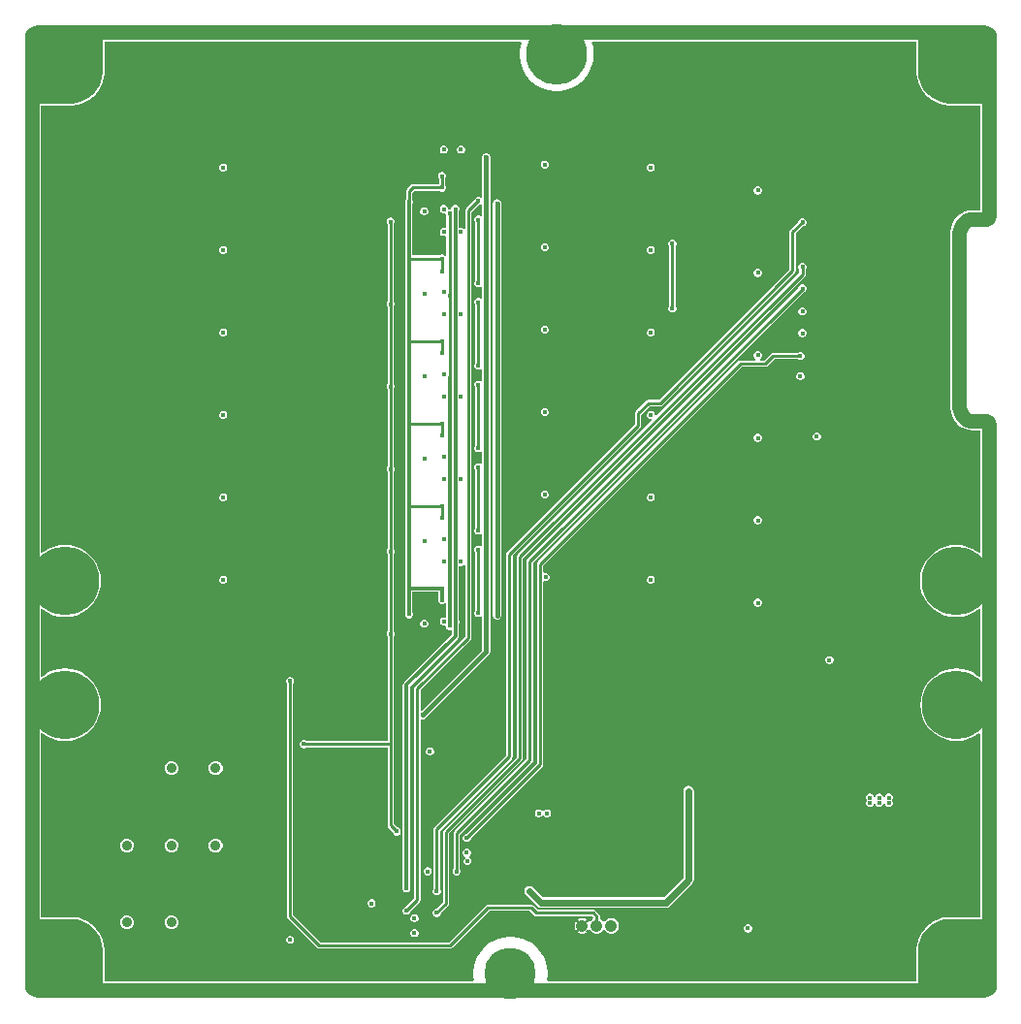
<source format=gbr>
G04*
G04 #@! TF.GenerationSoftware,Altium Limited,Altium Designer,24.1.2 (44)*
G04*
G04 Layer_Physical_Order=3*
G04 Layer_Color=16440176*
%FSLAX44Y44*%
%MOMM*%
G71*
G04*
G04 #@! TF.SameCoordinates,B1001185-6E67-4BF1-ABA2-4279EC4F573C*
G04*
G04*
G04 #@! TF.FilePolarity,Positive*
G04*
G01*
G75*
%ADD14C,0.6000*%
%ADD19C,0.2540*%
%ADD40C,1.2700*%
%ADD69C,0.4000*%
%ADD70C,5.3000*%
%ADD71C,4.5000*%
%ADD72C,0.7000*%
%ADD73C,6.0000*%
%ADD74C,0.8000*%
%ADD76C,1.0500*%
%ADD77C,0.4000*%
%ADD78C,0.9000*%
%ADD79C,0.3000*%
G36*
X779376Y809293D02*
X779376Y809293D01*
X779376Y807438D01*
X779419Y807335D01*
X779390Y807226D01*
X779874Y803549D01*
X779930Y803452D01*
X779916Y803341D01*
X780876Y799759D01*
X780944Y799669D01*
Y799557D01*
X782363Y796131D01*
X782443Y796052D01*
X782457Y795940D01*
X784312Y792729D01*
X784400Y792660D01*
X784430Y792552D01*
X786687Y789610D01*
X786785Y789554D01*
X786827Y789450D01*
X789450Y786827D01*
X789554Y786785D01*
X789610Y786687D01*
X792552Y784430D01*
X792660Y784401D01*
X792729Y784312D01*
X795940Y782457D01*
X796052Y782443D01*
X796131Y782363D01*
X799557Y780944D01*
X799669D01*
X799759Y780876D01*
X803341Y779916D01*
X803452Y779930D01*
X803549Y779874D01*
X807226Y779390D01*
X807335Y779419D01*
X807438Y779376D01*
X809293Y779376D01*
X835232Y779376D01*
Y766646D01*
Y756646D01*
Y746646D01*
Y736646D01*
Y726646D01*
Y716646D01*
Y706646D01*
Y696646D01*
Y687825D01*
X828860D01*
X828860Y687853D01*
X824998Y687472D01*
X821285Y686346D01*
X817862Y684517D01*
X814863Y682055D01*
X812401Y679055D01*
X810572Y675633D01*
X809445Y671919D01*
X809065Y668057D01*
X809092D01*
Y653163D01*
Y643163D01*
Y633163D01*
Y623163D01*
Y613163D01*
Y603163D01*
Y593163D01*
Y583163D01*
Y573163D01*
Y563163D01*
Y553163D01*
Y543163D01*
Y533163D01*
Y523163D01*
Y515497D01*
X809065D01*
X809445Y511635D01*
X810572Y507922D01*
X812401Y504499D01*
X814863Y501500D01*
X817862Y499038D01*
X821285Y497209D01*
X824998Y496082D01*
X828860Y495702D01*
X828860Y495729D01*
X835232D01*
Y491390D01*
Y481390D01*
Y471390D01*
Y461390D01*
Y451390D01*
Y441390D01*
Y431390D01*
Y421390D01*
Y411390D01*
Y401390D01*
Y388808D01*
X834079Y388276D01*
X832572Y389563D01*
X828345Y392154D01*
X823764Y394051D01*
X818943Y395208D01*
X814000Y395597D01*
X809057Y395208D01*
X804236Y394051D01*
X799655Y392154D01*
X795427Y389563D01*
X791657Y386343D01*
X788437Y382573D01*
X785846Y378345D01*
X783949Y373764D01*
X782792Y368943D01*
X782403Y364000D01*
X782792Y359057D01*
X783949Y354236D01*
X785846Y349655D01*
X788437Y345428D01*
X791657Y341657D01*
X795427Y338437D01*
X799655Y335846D01*
X804236Y333949D01*
X809057Y332792D01*
X814000Y332403D01*
X818943Y332792D01*
X823764Y333949D01*
X828345Y335846D01*
X832572Y338437D01*
X834079Y339724D01*
X835232Y339192D01*
Y331390D01*
Y321390D01*
Y311391D01*
Y301391D01*
Y291391D01*
Y281215D01*
X834079Y280683D01*
X833049Y281563D01*
X828822Y284153D01*
X824241Y286051D01*
X819420Y287208D01*
X814477Y287597D01*
X809534Y287208D01*
X804713Y286051D01*
X800132Y284153D01*
X795904Y281563D01*
X792134Y278343D01*
X788914Y274573D01*
X786323Y270345D01*
X784426Y265764D01*
X783269Y260943D01*
X782879Y256000D01*
X783269Y251057D01*
X784426Y246236D01*
X786323Y241655D01*
X788914Y237428D01*
X792134Y233657D01*
X795904Y230437D01*
X800132Y227847D01*
X804713Y225949D01*
X809534Y224792D01*
X814477Y224403D01*
X819420Y224792D01*
X824241Y225949D01*
X828822Y227847D01*
X833049Y230437D01*
X833962Y231217D01*
X835232Y230631D01*
Y221391D01*
Y211391D01*
Y201391D01*
Y191391D01*
Y181391D01*
Y171391D01*
Y161391D01*
Y151391D01*
Y141391D01*
Y131391D01*
Y121391D01*
Y111391D01*
Y101391D01*
Y91391D01*
Y81391D01*
Y70624D01*
X809293Y70624D01*
X807438Y70624D01*
X807335Y70581D01*
X807226Y70610D01*
X803549Y70126D01*
X803452Y70069D01*
X803341Y70084D01*
X799759Y69124D01*
X799669Y69056D01*
X799557D01*
X796131Y67637D01*
X796052Y67557D01*
X795940Y67543D01*
X792729Y65688D01*
X792660Y65599D01*
X792552Y65570D01*
X789610Y63313D01*
X789554Y63215D01*
X789450Y63173D01*
X786827Y60550D01*
X786785Y60447D01*
X786687Y60390D01*
X784430Y57448D01*
X784400Y57340D01*
X784312Y57271D01*
X782457Y54060D01*
X782443Y53948D01*
X782363Y53869D01*
X780944Y50443D01*
Y50331D01*
X780876Y50241D01*
X779916Y46659D01*
X779930Y46548D01*
X779874Y46451D01*
X779390Y42774D01*
X779419Y42665D01*
X779376Y42562D01*
X779376Y40707D01*
X779376Y40707D01*
Y14768D01*
X457755D01*
X456918Y15723D01*
X457333Y18881D01*
Y23119D01*
X456780Y27322D01*
X455683Y31416D01*
X454061Y35331D01*
X451942Y39002D01*
X449362Y42365D01*
X446365Y45362D01*
X443002Y47942D01*
X439331Y50061D01*
X435416Y51683D01*
X431321Y52780D01*
X427119Y53334D01*
X422881D01*
X418679Y52780D01*
X414584Y51683D01*
X410668Y50061D01*
X406998Y47942D01*
X403635Y45362D01*
X400638Y42365D01*
X398058Y39002D01*
X395939Y35331D01*
X394317Y31416D01*
X393220Y27322D01*
X392666Y23119D01*
Y18881D01*
X393082Y15723D01*
X392245Y14768D01*
X70624D01*
Y40707D01*
X70624Y40708D01*
X70624Y42562D01*
X70581Y42665D01*
X70610Y42774D01*
X70126Y46451D01*
X70069Y46548D01*
X70084Y46659D01*
X69124Y50241D01*
X69056Y50331D01*
Y50443D01*
X67637Y53869D01*
X67557Y53948D01*
X67543Y54060D01*
X65688Y57271D01*
X65599Y57340D01*
X65570Y57448D01*
X63313Y60390D01*
X63215Y60447D01*
X63173Y60550D01*
X60550Y63173D01*
X60447Y63215D01*
X60390Y63313D01*
X57448Y65570D01*
X57340Y65599D01*
X57271Y65688D01*
X54060Y67543D01*
X53948Y67557D01*
X53869Y67637D01*
X50443Y69056D01*
X50331D01*
X50241Y69124D01*
X46659Y70084D01*
X46548Y70069D01*
X46451Y70126D01*
X42774Y70610D01*
X42665Y70581D01*
X42562Y70624D01*
X40707Y70624D01*
X14768Y70624D01*
Y82095D01*
Y92094D01*
Y102094D01*
Y112094D01*
Y122094D01*
Y132094D01*
Y142094D01*
Y152094D01*
Y162094D01*
Y172094D01*
Y182094D01*
Y192094D01*
Y202094D01*
Y212094D01*
Y222094D01*
Y231039D01*
X16038Y231624D01*
X17428Y230437D01*
X21655Y227847D01*
X26236Y225949D01*
X31057Y224792D01*
X36000Y224403D01*
X40943Y224792D01*
X45764Y225949D01*
X50345Y227847D01*
X54573Y230437D01*
X58343Y233657D01*
X61563Y237428D01*
X64153Y241655D01*
X66051Y246236D01*
X67208Y251057D01*
X67597Y256000D01*
X67208Y260943D01*
X66051Y265764D01*
X64153Y270345D01*
X61563Y274573D01*
X58343Y278343D01*
X54573Y281563D01*
X50345Y284153D01*
X45764Y286051D01*
X40943Y287208D01*
X36000Y287597D01*
X31057Y287208D01*
X26236Y286051D01*
X21655Y284153D01*
X17428Y281563D01*
X15921Y280276D01*
X14768Y280808D01*
Y292094D01*
Y302094D01*
Y312094D01*
Y322094D01*
Y332094D01*
Y339192D01*
X15921Y339724D01*
X17428Y338437D01*
X21655Y335846D01*
X26236Y333949D01*
X31057Y332792D01*
X36000Y332403D01*
X40943Y332792D01*
X45764Y333949D01*
X50345Y335846D01*
X54573Y338437D01*
X58343Y341657D01*
X61563Y345428D01*
X64153Y349655D01*
X66051Y354236D01*
X67208Y359057D01*
X67597Y364000D01*
X67208Y368943D01*
X66051Y373764D01*
X64153Y378345D01*
X61563Y382573D01*
X58343Y386343D01*
X54573Y389563D01*
X50345Y392154D01*
X45764Y394051D01*
X40943Y395208D01*
X36000Y395597D01*
X31057Y395208D01*
X26236Y394051D01*
X21655Y392154D01*
X17428Y389563D01*
X15921Y388276D01*
X14768Y388808D01*
Y402094D01*
Y412094D01*
Y422094D01*
Y432094D01*
Y442094D01*
Y452094D01*
Y462094D01*
Y472094D01*
Y482094D01*
Y492094D01*
Y502094D01*
Y512094D01*
Y522094D01*
Y532094D01*
Y542094D01*
Y552094D01*
Y562094D01*
Y572094D01*
Y582094D01*
Y592094D01*
Y602094D01*
Y612094D01*
Y622094D01*
Y632094D01*
Y642093D01*
Y652093D01*
Y662093D01*
Y672093D01*
Y682093D01*
Y692093D01*
Y702093D01*
Y712093D01*
Y722093D01*
Y732093D01*
Y742093D01*
Y752093D01*
Y762093D01*
Y772093D01*
Y779376D01*
X40707Y779376D01*
X42562Y779376D01*
X42665Y779419D01*
X42774Y779390D01*
X46451Y779874D01*
X46548Y779930D01*
X46659Y779916D01*
X50241Y780876D01*
X50331Y780944D01*
X50443D01*
X53869Y782363D01*
X53948Y782443D01*
X54060Y782457D01*
X57271Y784312D01*
X57340Y784401D01*
X57448Y784430D01*
X60390Y786687D01*
X60447Y786785D01*
X60550Y786827D01*
X63173Y789450D01*
X63215Y789554D01*
X63313Y789610D01*
X65570Y792552D01*
X65599Y792660D01*
X65688Y792729D01*
X67543Y795940D01*
X67557Y796052D01*
X67637Y796131D01*
X69056Y799557D01*
Y799669D01*
X69124Y799759D01*
X70084Y803341D01*
X70069Y803452D01*
X70126Y803549D01*
X70610Y807226D01*
X70581Y807335D01*
X70624Y807438D01*
X70624Y809292D01*
X70624Y809293D01*
Y835232D01*
X433764D01*
X434495Y833962D01*
X433520Y830322D01*
X432966Y826119D01*
Y821881D01*
X433520Y817679D01*
X434617Y813584D01*
X436239Y809669D01*
X438358Y805998D01*
X440938Y802635D01*
X443935Y799638D01*
X447298Y797058D01*
X450969Y794939D01*
X454884Y793317D01*
X458979Y792220D01*
X463181Y791666D01*
X467419D01*
X471622Y792220D01*
X475716Y793317D01*
X479632Y794939D01*
X483302Y797058D01*
X486665Y799638D01*
X489662Y802635D01*
X492242Y805998D01*
X494361Y809669D01*
X495983Y813584D01*
X497080Y817679D01*
X497634Y821881D01*
Y826119D01*
X497080Y830322D01*
X496105Y833962D01*
X496836Y835232D01*
X779376D01*
Y809293D01*
D02*
G37*
G36*
X843526Y781000D02*
X809293Y781000D01*
X807438Y781000D01*
X803761Y781484D01*
X800179Y782444D01*
X796752Y783863D01*
X793540Y785718D01*
X790598Y787975D01*
X787975Y790598D01*
X785718Y793540D01*
X783863Y796752D01*
X782444Y800179D01*
X781484Y803761D01*
X781000Y807438D01*
X781000Y809293D01*
X781000D01*
Y843526D01*
X843526D01*
Y781000D01*
D02*
G37*
G36*
X69000Y809293D02*
X69000D01*
X69000Y807438D01*
X68516Y803761D01*
X67556Y800179D01*
X66137Y796752D01*
X64282Y793540D01*
X62024Y790598D01*
X59402Y787975D01*
X56460Y785718D01*
X53248Y783863D01*
X49821Y782444D01*
X46239Y781484D01*
X42562Y781000D01*
X40707Y781000D01*
X6474Y781000D01*
Y843526D01*
X69000D01*
Y809293D01*
D02*
G37*
G36*
X843526Y6474D02*
X781000D01*
Y40707D01*
X781000Y40707D01*
X781000Y40707D01*
X781000Y42562D01*
X781484Y46239D01*
X782444Y49821D01*
X783863Y53248D01*
X785718Y56460D01*
X787975Y59402D01*
X790598Y62024D01*
X793540Y64282D01*
X796752Y66137D01*
X800179Y67556D01*
X803761Y68516D01*
X807438Y69000D01*
X809293Y69000D01*
X843526Y69000D01*
Y6474D01*
D02*
G37*
G36*
X40707Y69000D02*
X42562Y69000D01*
X46239Y68516D01*
X49821Y67556D01*
X53248Y66137D01*
X56460Y64282D01*
X59402Y62024D01*
X62024Y59402D01*
X64282Y56460D01*
X66137Y53248D01*
X67556Y49821D01*
X68516Y46239D01*
X69000Y42562D01*
X69000Y40707D01*
X69000D01*
X69000Y40707D01*
Y6474D01*
X6474D01*
Y69000D01*
X40707Y69000D01*
D02*
G37*
%LPC*%
G36*
X382546Y744184D02*
X381154D01*
X379868Y743651D01*
X378883Y742667D01*
X378350Y741380D01*
Y739988D01*
X378883Y738701D01*
X379868Y737717D01*
X381154Y737184D01*
X382546D01*
X383833Y737717D01*
X384817Y738701D01*
X385350Y739988D01*
Y741380D01*
X384817Y742667D01*
X383833Y743651D01*
X382546Y744184D01*
D02*
G37*
G36*
X367546D02*
X366154D01*
X364867Y743651D01*
X363883Y742667D01*
X363350Y741380D01*
Y739988D01*
X363883Y738701D01*
X364867Y737717D01*
X366154Y737184D01*
X367546D01*
X368833Y737717D01*
X369817Y738701D01*
X370350Y739988D01*
Y741380D01*
X369817Y742667D01*
X368833Y743651D01*
X367546Y744184D01*
D02*
G37*
G36*
X455695Y731000D02*
X454303D01*
X453016Y730467D01*
X452032Y729483D01*
X451499Y728196D01*
Y726804D01*
X452032Y725517D01*
X453016Y724533D01*
X454303Y724000D01*
X455695D01*
X456982Y724533D01*
X457966Y725517D01*
X458499Y726804D01*
Y728196D01*
X457966Y729483D01*
X456982Y730467D01*
X455695Y731000D01*
D02*
G37*
G36*
X548320Y728500D02*
X546928D01*
X545641Y727967D01*
X544657Y726982D01*
X544124Y725696D01*
Y724304D01*
X544657Y723017D01*
X545641Y722033D01*
X546928Y721500D01*
X548320D01*
X549607Y722033D01*
X550591Y723017D01*
X551124Y724304D01*
Y725696D01*
X550591Y726982D01*
X549607Y727967D01*
X548320Y728500D01*
D02*
G37*
G36*
X174960D02*
X173568D01*
X172281Y727967D01*
X171297Y726982D01*
X170764Y725696D01*
Y724304D01*
X171297Y723017D01*
X172281Y722033D01*
X173568Y721500D01*
X174960D01*
X176247Y722033D01*
X177231Y723017D01*
X177764Y724304D01*
Y725696D01*
X177231Y726982D01*
X176247Y727967D01*
X174960Y728500D01*
D02*
G37*
G36*
X403860Y737593D02*
X403515Y737524D01*
X403164D01*
X402839Y737390D01*
X402494Y737321D01*
X402202Y737126D01*
X401877Y736991D01*
X401629Y736743D01*
X401337Y736547D01*
X401141Y736255D01*
X400893Y736007D01*
X400758Y735682D01*
X400563Y735390D01*
X400494Y735045D01*
X400360Y734720D01*
Y734369D01*
X400291Y734024D01*
Y717550D01*
Y699346D01*
X399021Y698820D01*
X398899Y698943D01*
X397612Y699476D01*
X396220D01*
X394933Y698943D01*
X393949Y697959D01*
X393416Y696672D01*
Y696470D01*
X386226Y689280D01*
X385614Y688364D01*
X385399Y687283D01*
X385399Y687283D01*
Y671881D01*
X384129Y671355D01*
X383833Y671651D01*
X382546Y672184D01*
X381154D01*
X380965Y672106D01*
X379909Y672811D01*
Y687049D01*
X380350Y688114D01*
Y689506D01*
X379817Y690793D01*
X378833Y691777D01*
X377546Y692310D01*
X376154D01*
X374867Y691777D01*
X373883Y690793D01*
X373350Y689506D01*
Y689352D01*
X372546Y688310D01*
X371154D01*
X370350Y689352D01*
Y689506D01*
X369817Y690793D01*
X368833Y691777D01*
X367546Y692310D01*
X366154D01*
X364867Y691777D01*
X363883Y690793D01*
X363350Y689506D01*
Y688114D01*
X363883Y686827D01*
X364867Y685843D01*
X366154Y685310D01*
X367546D01*
X368350Y684268D01*
Y684114D01*
X368883Y682827D01*
X369026Y682684D01*
Y672946D01*
X367756Y672097D01*
X367546Y672184D01*
X366154D01*
X364867Y671651D01*
X363883Y670667D01*
X363350Y669380D01*
Y667988D01*
X363883Y666701D01*
X364867Y665717D01*
X366154Y665184D01*
X367546D01*
X367756Y665271D01*
X369026Y664422D01*
Y648486D01*
X367756Y647960D01*
X367199Y648517D01*
X365912Y649050D01*
X364520D01*
X363233Y648517D01*
X363091Y648374D01*
X339519D01*
Y693239D01*
X339960Y694304D01*
Y695696D01*
X339427Y696982D01*
X339284Y697125D01*
Y703084D01*
X340876Y704676D01*
X363091D01*
X363233Y704533D01*
X364520Y704000D01*
X365912D01*
X367199Y704533D01*
X368183Y705517D01*
X368716Y706804D01*
Y708196D01*
X368183Y709483D01*
X368040Y709625D01*
Y715424D01*
X368183Y715567D01*
X368716Y716854D01*
Y718246D01*
X368183Y719533D01*
X367199Y720517D01*
X365912Y721050D01*
X364520D01*
X363233Y720517D01*
X362249Y719533D01*
X361716Y718246D01*
Y716854D01*
X362249Y715567D01*
X362392Y715424D01*
Y710324D01*
X339706D01*
X338625Y710109D01*
X337709Y709497D01*
X337709Y709497D01*
X334463Y706251D01*
X333850Y705334D01*
X333635Y704253D01*
X333635Y704253D01*
Y697125D01*
X333493Y696982D01*
X332960Y695696D01*
Y694304D01*
X333401Y693239D01*
Y645550D01*
Y624761D01*
X332960Y623696D01*
Y622304D01*
X333401Y621239D01*
Y573550D01*
Y552761D01*
X332960Y551696D01*
Y550304D01*
X333401Y549239D01*
Y501500D01*
Y480761D01*
X332960Y479696D01*
Y478304D01*
X333401Y477239D01*
Y429500D01*
Y408761D01*
X332960Y407696D01*
Y406304D01*
X333401Y405239D01*
Y357278D01*
X333401Y357277D01*
X333401Y357277D01*
Y336761D01*
X332960Y335696D01*
Y334304D01*
X333493Y333017D01*
X334477Y332033D01*
X335764Y331500D01*
X337156D01*
X338442Y332033D01*
X339427Y333017D01*
X339960Y334304D01*
Y335696D01*
X339519Y336761D01*
Y354441D01*
X362157D01*
Y349261D01*
X361716Y348196D01*
Y346804D01*
X362249Y345517D01*
X363233Y344533D01*
X364520Y344000D01*
X365912D01*
X367199Y344533D01*
X367521Y344855D01*
X368791Y344329D01*
Y332937D01*
X367735Y332232D01*
X367546Y332310D01*
X366154D01*
X364867Y331777D01*
X363883Y330793D01*
X363350Y329506D01*
Y328114D01*
X363883Y326827D01*
X364867Y325843D01*
X366154Y325310D01*
X367546D01*
X368350Y324268D01*
Y324114D01*
X368883Y322827D01*
X369868Y321843D01*
X371154Y321310D01*
X372546D01*
X372735Y321388D01*
X373791Y320683D01*
Y317157D01*
X331910Y275276D01*
X331247Y274284D01*
X331014Y273113D01*
X331015Y273113D01*
Y97271D01*
X330573Y96206D01*
Y94814D01*
X331106Y93527D01*
X332091Y92543D01*
X333377Y92010D01*
X334769D01*
X336056Y92543D01*
X337040Y93527D01*
X337573Y94814D01*
Y96206D01*
X337132Y97271D01*
Y271846D01*
X379013Y313727D01*
X379013Y313727D01*
X379676Y314720D01*
X379909Y315890D01*
Y327049D01*
X380350Y328114D01*
Y329506D01*
X379909Y330571D01*
Y376557D01*
X380965Y377262D01*
X381154Y377184D01*
X382546D01*
X383833Y377717D01*
X384129Y378013D01*
X385399Y377487D01*
Y315733D01*
X341513Y271847D01*
X340901Y270931D01*
X340686Y269850D01*
X340686Y269850D01*
X340686Y140781D01*
Y86617D01*
X333579Y79510D01*
X333377D01*
X332091Y78977D01*
X331106Y77993D01*
X330573Y76706D01*
Y75314D01*
X331106Y74028D01*
X332091Y73043D01*
X333377Y72510D01*
X334769D01*
X336056Y73043D01*
X337040Y74028D01*
X337573Y75314D01*
Y75516D01*
X345507Y83450D01*
X346119Y84366D01*
X346334Y85447D01*
X346334Y85447D01*
Y140781D01*
X346334Y242771D01*
X346518Y243015D01*
X346971Y243321D01*
X347604Y243586D01*
X347762Y243554D01*
X348087Y243420D01*
X348438D01*
X348783Y243351D01*
X349128Y243420D01*
X349479D01*
X349804Y243554D01*
X350149Y243623D01*
X350441Y243818D01*
X350766Y243953D01*
X351014Y244201D01*
X351307Y244397D01*
X406383Y299473D01*
X407157Y300631D01*
X407429Y301997D01*
Y357550D01*
Y374024D01*
Y429550D01*
Y446024D01*
Y501550D01*
Y518024D01*
Y573550D01*
Y590024D01*
Y645550D01*
Y662024D01*
Y717550D01*
Y734024D01*
X407360Y734369D01*
Y734720D01*
X407225Y735045D01*
X407157Y735390D01*
X406962Y735682D01*
X406827Y736007D01*
X406579Y736255D01*
X406383Y736547D01*
X406091Y736743D01*
X405843Y736991D01*
X405518Y737126D01*
X405226Y737321D01*
X404881Y737390D01*
X404556Y737524D01*
X404205D01*
X403860Y737593D01*
D02*
G37*
G36*
X641660Y708500D02*
X640268D01*
X638981Y707967D01*
X637997Y706982D01*
X637464Y705696D01*
Y704304D01*
X637997Y703017D01*
X638981Y702033D01*
X640268Y701500D01*
X641660D01*
X642947Y702033D01*
X643931Y703017D01*
X644464Y704304D01*
Y705696D01*
X643931Y706982D01*
X642947Y707967D01*
X641660Y708500D01*
D02*
G37*
G36*
X350474Y690314D02*
X349082D01*
X347795Y689781D01*
X346811Y688797D01*
X346278Y687511D01*
Y686118D01*
X346811Y684832D01*
X347795Y683847D01*
X349082Y683314D01*
X350474D01*
X351761Y683847D01*
X352745Y684832D01*
X353278Y686118D01*
Y687511D01*
X352745Y688797D01*
X351761Y689781D01*
X350474Y690314D01*
D02*
G37*
G36*
X455695Y659000D02*
X454303D01*
X453016Y658467D01*
X452032Y657483D01*
X451499Y656196D01*
Y654804D01*
X452032Y653517D01*
X453016Y652533D01*
X454303Y652000D01*
X455695D01*
X456982Y652533D01*
X457966Y653517D01*
X458499Y654804D01*
Y656196D01*
X457966Y657483D01*
X456982Y658467D01*
X455695Y659000D01*
D02*
G37*
G36*
X548320Y656500D02*
X546928D01*
X545641Y655967D01*
X544657Y654983D01*
X544124Y653696D01*
Y652304D01*
X544657Y651017D01*
X545641Y650033D01*
X546928Y649500D01*
X548320D01*
X549607Y650033D01*
X550591Y651017D01*
X551124Y652304D01*
Y653696D01*
X550591Y654983D01*
X549607Y655967D01*
X548320Y656500D01*
D02*
G37*
G36*
X174960D02*
X173568D01*
X172281Y655967D01*
X171297Y654983D01*
X170764Y653696D01*
Y652304D01*
X171297Y651017D01*
X172281Y650033D01*
X173568Y649500D01*
X174960D01*
X176247Y650033D01*
X177231Y651017D01*
X177764Y652304D01*
Y653696D01*
X177231Y654983D01*
X176247Y655967D01*
X174960Y656500D01*
D02*
G37*
G36*
X641660Y636500D02*
X640268D01*
X638981Y635967D01*
X637997Y634983D01*
X637464Y633696D01*
Y632304D01*
X637997Y631017D01*
X638981Y630033D01*
X640268Y629500D01*
X641660D01*
X642947Y630033D01*
X643931Y631017D01*
X644464Y632304D01*
Y633696D01*
X643931Y634983D01*
X642947Y635967D01*
X641660Y636500D01*
D02*
G37*
G36*
X567116Y661994D02*
X565724D01*
X564437Y661461D01*
X563453Y660477D01*
X562920Y659190D01*
Y657798D01*
X563453Y656511D01*
X563596Y656368D01*
Y604105D01*
X563453Y603963D01*
X562920Y602676D01*
Y601284D01*
X563453Y599997D01*
X564437Y599013D01*
X565724Y598480D01*
X567116D01*
X568403Y599013D01*
X569387Y599997D01*
X569920Y601284D01*
Y602676D01*
X569387Y603963D01*
X569244Y604105D01*
Y656368D01*
X569387Y656511D01*
X569920Y657798D01*
Y659190D01*
X569387Y660477D01*
X568403Y661461D01*
X567116Y661994D01*
D02*
G37*
G36*
X680680Y602928D02*
X679288D01*
X678001Y602395D01*
X677017Y601410D01*
X676484Y600124D01*
Y598732D01*
X677017Y597445D01*
X678001Y596461D01*
X679288Y595928D01*
X680680D01*
X681967Y596461D01*
X682951Y597445D01*
X683484Y598732D01*
Y600124D01*
X682951Y601410D01*
X681967Y602395D01*
X680680Y602928D01*
D02*
G37*
G36*
X455695Y587000D02*
X454303D01*
X453016Y586467D01*
X452032Y585482D01*
X451499Y584196D01*
Y582804D01*
X452032Y581517D01*
X453016Y580533D01*
X454303Y580000D01*
X455695D01*
X456982Y580533D01*
X457966Y581517D01*
X458499Y582804D01*
Y584196D01*
X457966Y585482D01*
X456982Y586467D01*
X455695Y587000D01*
D02*
G37*
G36*
X548320Y584500D02*
X546928D01*
X545641Y583967D01*
X544657Y582982D01*
X544124Y581696D01*
Y580304D01*
X544657Y579017D01*
X545641Y578033D01*
X546928Y577500D01*
X548320D01*
X549607Y578033D01*
X550591Y579017D01*
X551124Y580304D01*
Y581696D01*
X550591Y582982D01*
X549607Y583967D01*
X548320Y584500D01*
D02*
G37*
G36*
X174960D02*
X173568D01*
X172281Y583967D01*
X171297Y582982D01*
X170764Y581696D01*
Y580304D01*
X171297Y579017D01*
X172281Y578033D01*
X173568Y577500D01*
X174960D01*
X176247Y578033D01*
X177231Y579017D01*
X177764Y580304D01*
Y581696D01*
X177231Y582982D01*
X176247Y583967D01*
X174960Y584500D01*
D02*
G37*
G36*
X680680Y583928D02*
X679288D01*
X678001Y583395D01*
X677017Y582410D01*
X676484Y581124D01*
Y579732D01*
X677017Y578445D01*
X678001Y577461D01*
X679288Y576928D01*
X680680D01*
X681967Y577461D01*
X682951Y578445D01*
X683484Y579732D01*
Y581124D01*
X682951Y582410D01*
X681967Y583395D01*
X680680Y583928D01*
D02*
G37*
G36*
X641660Y564500D02*
X640268D01*
X638981Y563967D01*
X637997Y562982D01*
X637464Y561696D01*
Y560304D01*
X637997Y559017D01*
X638981Y558033D01*
X639049Y558005D01*
X638797Y556735D01*
X626001D01*
X624920Y556520D01*
X624004Y555908D01*
X624004Y555907D01*
X448957Y380861D01*
X448345Y379945D01*
X448130Y378864D01*
X448130Y378864D01*
Y204981D01*
X386389Y143240D01*
X386187D01*
X384901Y142707D01*
X383916Y141723D01*
X383383Y140436D01*
Y139044D01*
X383916Y137757D01*
X384901Y136773D01*
X386187Y136240D01*
X387579D01*
X388866Y136773D01*
X389850Y137757D01*
X390383Y139044D01*
Y139246D01*
X452951Y201814D01*
X452951Y201814D01*
X453563Y202730D01*
X453778Y203811D01*
Y363374D01*
X454834Y364080D01*
X455028Y364000D01*
X456420D01*
X457707Y364533D01*
X458691Y365517D01*
X459224Y366804D01*
Y368196D01*
X458691Y369482D01*
X457707Y370467D01*
X456420Y371000D01*
X455028D01*
X454834Y370920D01*
X453778Y371625D01*
Y377694D01*
X627171Y551086D01*
X647699D01*
X647699Y551086D01*
X648780Y551301D01*
X649696Y551913D01*
X655495Y557712D01*
X676055D01*
X676197Y557569D01*
X677484Y557036D01*
X678876D01*
X680163Y557569D01*
X681147Y558553D01*
X681680Y559840D01*
Y561232D01*
X681147Y562519D01*
X680163Y563503D01*
X678876Y564036D01*
X677484D01*
X676197Y563503D01*
X676055Y563360D01*
X654325D01*
X654325Y563360D01*
X653244Y563145D01*
X652328Y562533D01*
X652328Y562533D01*
X646529Y556735D01*
X643131D01*
X642879Y558005D01*
X642947Y558033D01*
X643931Y559017D01*
X644464Y560304D01*
Y561696D01*
X643931Y562982D01*
X642947Y563967D01*
X641660Y564500D01*
D02*
G37*
G36*
X678876Y546314D02*
X677484D01*
X676197Y545782D01*
X675213Y544797D01*
X674680Y543511D01*
Y542118D01*
X675213Y540832D01*
X676197Y539847D01*
X677484Y539314D01*
X678876D01*
X680163Y539847D01*
X681147Y540832D01*
X681680Y542118D01*
Y543511D01*
X681147Y544797D01*
X680163Y545782D01*
X678876Y546314D01*
D02*
G37*
G36*
X680680Y680711D02*
X679288D01*
X678001Y680179D01*
X677017Y679194D01*
X676484Y677908D01*
Y677706D01*
X669314Y670536D01*
X668702Y669620D01*
X668487Y668539D01*
X668487Y668539D01*
Y635896D01*
X554691Y522100D01*
X545374D01*
X545374Y522100D01*
X544293Y521885D01*
X543377Y521273D01*
X534461Y512357D01*
X533849Y511441D01*
X533634Y510360D01*
X533634Y510360D01*
Y500806D01*
X422109Y389282D01*
X421497Y388366D01*
X421282Y387285D01*
X421282Y387285D01*
Y211785D01*
X358683Y149186D01*
X358071Y148269D01*
X357856Y147189D01*
X357856Y147188D01*
Y95245D01*
X357713Y95102D01*
X357180Y93816D01*
Y92423D01*
X357713Y91137D01*
X358697Y90152D01*
X359984Y89620D01*
X361376D01*
X362663Y90152D01*
X363647Y91137D01*
X364180Y92423D01*
Y93816D01*
X363647Y95102D01*
X363504Y95245D01*
Y146019D01*
X426104Y208618D01*
X426104Y208618D01*
X426716Y209534D01*
X426931Y210615D01*
X426931Y210615D01*
Y386115D01*
X538455Y497639D01*
X538455Y497639D01*
X539067Y498555D01*
X539282Y499636D01*
X539282Y499636D01*
Y509190D01*
X546544Y516451D01*
X555860D01*
X555860Y516451D01*
X556941Y516666D01*
X557858Y517278D01*
X673308Y632729D01*
X673309Y632729D01*
X673921Y633646D01*
X674136Y634726D01*
Y667369D01*
X680478Y673711D01*
X680680D01*
X681967Y674244D01*
X682951Y675229D01*
X683484Y676515D01*
Y677908D01*
X682951Y679194D01*
X681967Y680179D01*
X680680Y680711D01*
D02*
G37*
G36*
Y641820D02*
X679288D01*
X678001Y641287D01*
X677017Y640302D01*
X676484Y639016D01*
Y637623D01*
X677017Y636337D01*
X677160Y636194D01*
Y633034D01*
X552369Y508243D01*
X551124Y508794D01*
Y509696D01*
X550591Y510983D01*
X549607Y511967D01*
X548320Y512500D01*
X546928D01*
X545641Y511967D01*
X544657Y510983D01*
X544124Y509696D01*
Y508304D01*
X544657Y507017D01*
X545641Y506033D01*
X546928Y505500D01*
X547830D01*
X548381Y504255D01*
X431116Y386990D01*
X430504Y386074D01*
X430289Y384993D01*
X430289Y384993D01*
Y210278D01*
X366683Y146672D01*
X366071Y145756D01*
X365856Y144675D01*
X365856Y144675D01*
Y83370D01*
X360186Y77700D01*
X359984D01*
X358697Y77167D01*
X357713Y76183D01*
X357180Y74896D01*
Y73504D01*
X357713Y72217D01*
X358697Y71233D01*
X359984Y70700D01*
X361376D01*
X362663Y71233D01*
X363647Y72217D01*
X364180Y73504D01*
Y73706D01*
X370677Y80203D01*
X371289Y81119D01*
X371504Y82200D01*
Y143505D01*
X435110Y207111D01*
X435110Y207111D01*
X435723Y208028D01*
X435938Y209109D01*
Y383823D01*
X681981Y629867D01*
X681981Y629867D01*
X682593Y630783D01*
X682808Y631864D01*
X682808Y631864D01*
Y636194D01*
X682951Y636337D01*
X683484Y637623D01*
Y639016D01*
X682951Y640302D01*
X681967Y641287D01*
X680680Y641820D01*
D02*
G37*
G36*
X455695Y515000D02*
X454303D01*
X453016Y514467D01*
X452032Y513483D01*
X451499Y512196D01*
Y510804D01*
X452032Y509517D01*
X453016Y508533D01*
X454303Y508000D01*
X455695D01*
X456982Y508533D01*
X457966Y509517D01*
X458499Y510804D01*
Y512196D01*
X457966Y513483D01*
X456982Y514467D01*
X455695Y515000D01*
D02*
G37*
G36*
X174960Y512500D02*
X173568D01*
X172281Y511967D01*
X171297Y510983D01*
X170764Y509696D01*
Y508304D01*
X171297Y507017D01*
X172281Y506033D01*
X173568Y505500D01*
X174960D01*
X176247Y506033D01*
X177231Y507017D01*
X177764Y508304D01*
Y509696D01*
X177231Y510983D01*
X176247Y511967D01*
X174960Y512500D01*
D02*
G37*
G36*
X693180Y493720D02*
X691788D01*
X690501Y493187D01*
X689517Y492203D01*
X688984Y490916D01*
Y489524D01*
X689517Y488237D01*
X690501Y487253D01*
X691788Y486720D01*
X693180D01*
X694467Y487253D01*
X695451Y488237D01*
X695984Y489524D01*
Y490916D01*
X695451Y492203D01*
X694467Y493187D01*
X693180Y493720D01*
D02*
G37*
G36*
X641660Y492500D02*
X640268D01*
X638981Y491967D01*
X637997Y490983D01*
X637464Y489696D01*
Y488304D01*
X637997Y487017D01*
X638981Y486033D01*
X640268Y485500D01*
X641660D01*
X642947Y486033D01*
X643931Y487017D01*
X644464Y488304D01*
Y489696D01*
X643931Y490983D01*
X642947Y491967D01*
X641660Y492500D01*
D02*
G37*
G36*
X455695Y443000D02*
X454303D01*
X453016Y442467D01*
X452032Y441483D01*
X451499Y440196D01*
Y438804D01*
X452032Y437517D01*
X453016Y436533D01*
X454303Y436000D01*
X455695D01*
X456982Y436533D01*
X457966Y437517D01*
X458499Y438804D01*
Y440196D01*
X457966Y441483D01*
X456982Y442467D01*
X455695Y443000D01*
D02*
G37*
G36*
X548320Y440500D02*
X546928D01*
X545641Y439967D01*
X544657Y438983D01*
X544124Y437696D01*
Y436304D01*
X544657Y435017D01*
X545641Y434033D01*
X546928Y433500D01*
X548320D01*
X549607Y434033D01*
X550591Y435017D01*
X551124Y436304D01*
Y437696D01*
X550591Y438983D01*
X549607Y439967D01*
X548320Y440500D01*
D02*
G37*
G36*
X174960D02*
X173568D01*
X172281Y439967D01*
X171297Y438983D01*
X170764Y437696D01*
Y436304D01*
X171297Y435017D01*
X172281Y434033D01*
X173568Y433500D01*
X174960D01*
X176247Y434033D01*
X177231Y435017D01*
X177764Y436304D01*
Y437696D01*
X177231Y438983D01*
X176247Y439967D01*
X174960Y440500D01*
D02*
G37*
G36*
X641660Y420500D02*
X640268D01*
X638981Y419967D01*
X637997Y418983D01*
X637464Y417696D01*
Y416304D01*
X637997Y415017D01*
X638981Y414033D01*
X640268Y413500D01*
X641660D01*
X642947Y414033D01*
X643931Y415017D01*
X644464Y416304D01*
Y417696D01*
X643931Y418983D01*
X642947Y419967D01*
X641660Y420500D01*
D02*
G37*
G36*
X548320Y368500D02*
X546928D01*
X545641Y367967D01*
X544657Y366982D01*
X544124Y365696D01*
Y364304D01*
X544657Y363017D01*
X545641Y362033D01*
X546928Y361500D01*
X548320D01*
X549607Y362033D01*
X550591Y363017D01*
X551124Y364304D01*
Y365696D01*
X550591Y366982D01*
X549607Y367967D01*
X548320Y368500D01*
D02*
G37*
G36*
X174960D02*
X173568D01*
X172281Y367967D01*
X171297Y366982D01*
X170764Y365696D01*
Y364304D01*
X171297Y363017D01*
X172281Y362033D01*
X173568Y361500D01*
X174960D01*
X176247Y362033D01*
X177231Y363017D01*
X177764Y364304D01*
Y365696D01*
X177231Y366982D01*
X176247Y367967D01*
X174960Y368500D01*
D02*
G37*
G36*
X641660Y348500D02*
X640268D01*
X638981Y347967D01*
X637997Y346982D01*
X637464Y345696D01*
Y344304D01*
X637997Y343017D01*
X638981Y342033D01*
X640268Y341500D01*
X641660D01*
X642947Y342033D01*
X643931Y343017D01*
X644464Y344304D01*
Y345696D01*
X643931Y346982D01*
X642947Y347967D01*
X641660Y348500D01*
D02*
G37*
G36*
X413242Y697355D02*
X412897Y697287D01*
X412545D01*
X412221Y697152D01*
X411876Y697084D01*
X411584Y696889D01*
X411259Y696754D01*
X411011Y696506D01*
X410718Y696310D01*
X410717Y696309D01*
X410521Y696016D01*
X410275Y695770D01*
X410141Y695447D01*
X409943Y695151D01*
X409874Y694802D01*
X409742Y694483D01*
Y694138D01*
X409671Y693785D01*
Y333785D01*
X409740Y333441D01*
Y333089D01*
X409874Y332764D01*
X409943Y332420D01*
X410138Y332127D01*
X410273Y331803D01*
X410521Y331554D01*
X410717Y331262D01*
X411009Y331067D01*
X411257Y330818D01*
X411582Y330684D01*
X411874Y330488D01*
X412219Y330420D01*
X412544Y330285D01*
X412895D01*
X413240Y330217D01*
X413585Y330285D01*
X413936D01*
X414261Y330420D01*
X414606Y330488D01*
X414898Y330684D01*
X415223Y330818D01*
X415471Y331067D01*
X415763Y331262D01*
X415959Y331554D01*
X416207Y331803D01*
X416342Y332127D01*
X416537Y332420D01*
X416605Y332764D01*
X416740Y333089D01*
Y333441D01*
X416809Y333785D01*
Y693779D01*
X416810Y693787D01*
X416742Y694132D01*
Y694483D01*
X416607Y694808D01*
X416539Y695153D01*
X416343Y695445D01*
X416209Y695770D01*
X415960Y696018D01*
X415765Y696310D01*
X415473Y696506D01*
X415224Y696754D01*
X414899Y696889D01*
X414607Y697084D01*
X414263Y697152D01*
X413938Y697287D01*
X413586D01*
X413242Y697355D01*
D02*
G37*
G36*
X350474Y330314D02*
X349082D01*
X347795Y329781D01*
X346811Y328797D01*
X346278Y327510D01*
Y326118D01*
X346811Y324832D01*
X347795Y323847D01*
X349082Y323314D01*
X350474D01*
X351761Y323847D01*
X352745Y324832D01*
X353278Y326118D01*
Y327510D01*
X352745Y328797D01*
X351761Y329781D01*
X350474Y330314D01*
D02*
G37*
G36*
X704176Y298500D02*
X702784D01*
X701497Y297967D01*
X700513Y296983D01*
X699980Y295696D01*
Y294304D01*
X700513Y293017D01*
X701497Y292033D01*
X702784Y291500D01*
X704176D01*
X705463Y292033D01*
X706447Y293017D01*
X706980Y294304D01*
Y295696D01*
X706447Y296983D01*
X705463Y297967D01*
X704176Y298500D01*
D02*
G37*
G36*
X321155Y681252D02*
X319762D01*
X318476Y680719D01*
X317491Y679734D01*
X316959Y678448D01*
Y677055D01*
X317491Y675769D01*
X317635Y675625D01*
Y607877D01*
X317491Y607733D01*
X316958Y606446D01*
Y605054D01*
X317491Y603767D01*
X317635Y603623D01*
Y535877D01*
X317491Y535733D01*
X316958Y534446D01*
Y533054D01*
X317491Y531767D01*
X317635Y531623D01*
Y463877D01*
X317491Y463733D01*
X316958Y462446D01*
Y461054D01*
X317491Y459767D01*
X317635Y459623D01*
Y391877D01*
X317491Y391733D01*
X316958Y390446D01*
Y389054D01*
X317491Y387767D01*
X317635Y387623D01*
Y319874D01*
X317493Y319731D01*
X316960Y318444D01*
Y317052D01*
X317493Y315766D01*
X317635Y315623D01*
Y224301D01*
X246710D01*
X246567Y224444D01*
X245281Y224977D01*
X243888D01*
X242602Y224444D01*
X241617Y223459D01*
X241085Y222173D01*
Y220781D01*
X241617Y219494D01*
X242602Y218510D01*
X243888Y217977D01*
X245281D01*
X246567Y218510D01*
X246710Y218652D01*
X317635D01*
Y150570D01*
X317635Y150570D01*
X317850Y149489D01*
X318463Y148573D01*
X322210Y144826D01*
Y144624D01*
X322743Y143337D01*
X323727Y142353D01*
X325014Y141820D01*
X326406D01*
X327693Y142353D01*
X328677Y143337D01*
X329210Y144624D01*
Y146016D01*
X328677Y147303D01*
X327693Y148287D01*
X326406Y148820D01*
X326204D01*
X323284Y151740D01*
Y221477D01*
Y315623D01*
X323427Y315766D01*
X323960Y317052D01*
Y318444D01*
X323427Y319731D01*
X323284Y319874D01*
Y387626D01*
X323425Y387767D01*
X323958Y389054D01*
Y390446D01*
X323425Y391733D01*
X323284Y391874D01*
Y459626D01*
X323425Y459767D01*
X323958Y461054D01*
Y462446D01*
X323425Y463733D01*
X323284Y463874D01*
Y531626D01*
X323425Y531767D01*
X323958Y533054D01*
Y534446D01*
X323425Y535733D01*
X323284Y535874D01*
Y603626D01*
X323425Y603767D01*
X323958Y605054D01*
Y606446D01*
X323425Y607733D01*
X323284Y607874D01*
Y675627D01*
X323426Y675769D01*
X323959Y677055D01*
Y678448D01*
X323426Y679734D01*
X322441Y680719D01*
X321155Y681252D01*
D02*
G37*
G36*
X355446Y218627D02*
X354053D01*
X352767Y218094D01*
X351782Y217109D01*
X351249Y215823D01*
Y214431D01*
X351782Y213144D01*
X352767Y212160D01*
X354053Y211627D01*
X355446D01*
X356732Y212160D01*
X357716Y213144D01*
X358249Y214431D01*
Y215823D01*
X357716Y217109D01*
X356732Y218094D01*
X355446Y218627D01*
D02*
G37*
G36*
X168833Y206373D02*
X166446D01*
X164241Y205460D01*
X162553Y203772D01*
X161640Y201567D01*
Y199180D01*
X162553Y196974D01*
X164241Y195287D01*
X166446Y194373D01*
X168833D01*
X171039Y195287D01*
X172726Y196974D01*
X173640Y199180D01*
Y201567D01*
X172726Y203772D01*
X171039Y205460D01*
X168833Y206373D01*
D02*
G37*
G36*
X130014D02*
X127626D01*
X125421Y205460D01*
X123733Y203772D01*
X122820Y201567D01*
Y199180D01*
X123733Y196974D01*
X125421Y195287D01*
X127626Y194373D01*
X130014D01*
X132219Y195287D01*
X133906Y196974D01*
X134820Y199180D01*
Y201567D01*
X133906Y203772D01*
X132219Y205460D01*
X130014Y206373D01*
D02*
G37*
G36*
X756050Y178300D02*
X754657D01*
X753371Y177767D01*
X752386Y176783D01*
X751854Y175496D01*
X750591D01*
X750058Y176783D01*
X749074Y177767D01*
X747787Y178300D01*
X746395D01*
X745108Y177767D01*
X744124Y176783D01*
X743591Y175496D01*
X742329D01*
X741796Y176783D01*
X740811Y177767D01*
X739525Y178300D01*
X738132D01*
X736846Y177767D01*
X735862Y176783D01*
X735329Y175496D01*
Y174104D01*
X735862Y172817D01*
X736189Y172490D01*
X735862Y172163D01*
X735329Y170876D01*
Y169484D01*
X735862Y168197D01*
X736846Y167213D01*
X738132Y166680D01*
X739525D01*
X740811Y167213D01*
X741796Y168197D01*
X742329Y169484D01*
X743591D01*
X744124Y168197D01*
X745108Y167213D01*
X746395Y166680D01*
X747787D01*
X749074Y167213D01*
X750058Y168197D01*
X750591Y169484D01*
X751854D01*
X752386Y168197D01*
X753371Y167213D01*
X754657Y166680D01*
X756050D01*
X757336Y167213D01*
X758321Y168197D01*
X758854Y169484D01*
Y170876D01*
X758321Y172163D01*
X757993Y172490D01*
X758321Y172817D01*
X758854Y174104D01*
Y175496D01*
X758321Y176783D01*
X757336Y177767D01*
X756050Y178300D01*
D02*
G37*
G36*
X457711Y164669D02*
X456318D01*
X455032Y164136D01*
X454048Y163152D01*
X452676D01*
X451692Y164136D01*
X450405Y164669D01*
X449013D01*
X447727Y164136D01*
X446742Y163152D01*
X446209Y161865D01*
Y160473D01*
X446742Y159187D01*
X447727Y158202D01*
X449013Y157669D01*
X450405D01*
X451692Y158202D01*
X452676Y159187D01*
X454048D01*
X455032Y158202D01*
X456318Y157669D01*
X457711D01*
X458997Y158202D01*
X459982Y159187D01*
X460515Y160473D01*
Y161865D01*
X459982Y163152D01*
X458997Y164136D01*
X457711Y164669D01*
D02*
G37*
G36*
X168833Y139120D02*
X166446D01*
X164241Y138206D01*
X162553Y136518D01*
X161640Y134313D01*
Y131926D01*
X162553Y129721D01*
X164241Y128033D01*
X166446Y127120D01*
X168833D01*
X171039Y128033D01*
X172726Y129721D01*
X173640Y131926D01*
Y134313D01*
X172726Y136518D01*
X171039Y138206D01*
X168833Y139120D01*
D02*
G37*
G36*
X130014D02*
X127626D01*
X125421Y138206D01*
X123733Y136518D01*
X122820Y134313D01*
Y131926D01*
X123733Y129721D01*
X125421Y128033D01*
X127626Y127120D01*
X130014D01*
X132219Y128033D01*
X133906Y129721D01*
X134820Y131926D01*
Y134313D01*
X133906Y136518D01*
X132219Y138206D01*
X130014Y139120D01*
D02*
G37*
G36*
X91194D02*
X88806D01*
X86601Y138206D01*
X84913Y136518D01*
X84000Y134313D01*
Y131926D01*
X84913Y129721D01*
X86601Y128033D01*
X88806Y127120D01*
X91194D01*
X93399Y128033D01*
X95087Y129721D01*
X96000Y131926D01*
Y134313D01*
X95087Y136518D01*
X93399Y138206D01*
X91194Y139120D01*
D02*
G37*
G36*
X387579Y130379D02*
X386187D01*
X384901Y129846D01*
X383916Y128862D01*
X383383Y127575D01*
Y126183D01*
X383916Y124896D01*
X384901Y123912D01*
X385226Y123777D01*
X385350Y123235D01*
X385345Y122353D01*
X384528Y121537D01*
X383995Y120250D01*
Y118858D01*
X384528Y117571D01*
X385512Y116587D01*
X386799Y116054D01*
X388191D01*
X389478Y116587D01*
X390462Y117571D01*
X390995Y118858D01*
Y120250D01*
X390462Y121537D01*
X389478Y122521D01*
X389152Y122656D01*
X389029Y123198D01*
X389034Y124080D01*
X389850Y124896D01*
X390383Y126183D01*
Y127575D01*
X389850Y128862D01*
X388866Y129846D01*
X387579Y130379D01*
D02*
G37*
G36*
X680680Y622820D02*
X679288D01*
X678001Y622287D01*
X677017Y621302D01*
X676484Y620016D01*
Y619814D01*
X439963Y383293D01*
X439351Y382376D01*
X439136Y381296D01*
X439136Y381295D01*
Y208779D01*
X376039Y145683D01*
X375427Y144767D01*
X375212Y143686D01*
X375212Y143686D01*
Y112615D01*
X375069Y112473D01*
X374537Y111186D01*
Y109794D01*
X375069Y108507D01*
X376054Y107523D01*
X377340Y106990D01*
X378733D01*
X380019Y107523D01*
X381004Y108507D01*
X381536Y109794D01*
Y111186D01*
X381004Y112473D01*
X380861Y112615D01*
Y142516D01*
X443957Y205612D01*
X443957Y205612D01*
X444569Y206529D01*
X444784Y207610D01*
X444784Y207610D01*
Y380126D01*
X680478Y615820D01*
X680680D01*
X681967Y616352D01*
X682951Y617337D01*
X683484Y618623D01*
Y620016D01*
X682951Y621302D01*
X681967Y622287D01*
X680680Y622820D01*
D02*
G37*
G36*
X353376Y113990D02*
X351984D01*
X350697Y113457D01*
X349713Y112473D01*
X349180Y111186D01*
Y109794D01*
X349713Y108507D01*
X350697Y107523D01*
X351984Y106990D01*
X353376D01*
X354663Y107523D01*
X355647Y108507D01*
X356180Y109794D01*
Y111186D01*
X355647Y112473D01*
X354663Y113457D01*
X353376Y113990D01*
D02*
G37*
G36*
X580670Y185345D02*
X578914Y184996D01*
X577425Y184001D01*
X576431Y182513D01*
X576082Y180757D01*
Y173790D01*
Y105050D01*
X558948Y87916D01*
X453271D01*
X444824Y96364D01*
X443335Y97359D01*
X441579Y97708D01*
X439824Y97359D01*
X438335Y96364D01*
X437341Y94875D01*
X436991Y93119D01*
X437341Y91364D01*
X438335Y89875D01*
X448126Y80084D01*
X449615Y79089D01*
X451371Y78740D01*
X560848D01*
X562604Y79089D01*
X564092Y80084D01*
X583914Y99905D01*
X584909Y101394D01*
X585258Y103150D01*
Y173790D01*
Y180757D01*
X584909Y182513D01*
X583914Y184001D01*
X582425Y184996D01*
X580670Y185345D01*
D02*
G37*
G36*
X304437Y86010D02*
X303045D01*
X301758Y85477D01*
X300774Y84493D01*
X300241Y83206D01*
Y81814D01*
X300774Y80527D01*
X301758Y79543D01*
X303045Y79010D01*
X304437D01*
X305723Y79543D01*
X306708Y80527D01*
X307241Y81814D01*
Y83206D01*
X306708Y84493D01*
X305723Y85477D01*
X304437Y86010D01*
D02*
G37*
G36*
X233246Y280360D02*
X231854D01*
X230567Y279827D01*
X229583Y278843D01*
X229050Y277556D01*
Y276164D01*
X229583Y274877D01*
X229726Y274734D01*
Y71191D01*
X229726Y71191D01*
X229941Y70110D01*
X230553Y69194D01*
X256024Y43723D01*
X256940Y43111D01*
X258021Y42896D01*
X258021Y42896D01*
X372303D01*
X372304Y42896D01*
X373384Y43111D01*
X374301Y43723D01*
X406493Y75916D01*
X441893D01*
X445653Y72155D01*
X446570Y71543D01*
X447651Y71328D01*
X447651Y71328D01*
X495927D01*
X497142Y70113D01*
X496996Y68661D01*
X496235Y68221D01*
X494979Y66965D01*
X494763Y66592D01*
X493297D01*
X493279Y66623D01*
X492048Y65392D01*
X490252Y67188D01*
X491483Y68419D01*
X490285Y69110D01*
X488569Y69570D01*
X486791D01*
X485075Y69110D01*
X483877Y68419D01*
X485108Y67188D01*
X483312Y65392D01*
X482081Y66623D01*
X481390Y65426D01*
X480930Y63709D01*
Y61931D01*
X481390Y60215D01*
X482081Y59017D01*
X483312Y60248D01*
X485108Y58452D01*
X483877Y57221D01*
X485075Y56530D01*
X486791Y56070D01*
X488569D01*
X490285Y56530D01*
X491483Y57221D01*
X490252Y58452D01*
X492048Y60248D01*
X493279Y59017D01*
X493297Y59049D01*
X494763D01*
X494979Y58675D01*
X496235Y57419D01*
X497775Y56530D01*
X499491Y56070D01*
X501269D01*
X502985Y56530D01*
X504525Y57419D01*
X505781Y58675D01*
X505997Y59049D01*
X507463D01*
X507679Y58675D01*
X508935Y57419D01*
X510475Y56530D01*
X512191Y56070D01*
X513969D01*
X515685Y56530D01*
X517225Y57419D01*
X518481Y58675D01*
X519370Y60215D01*
X519830Y61931D01*
Y63709D01*
X519370Y65426D01*
X518481Y66965D01*
X517225Y68221D01*
X515685Y69110D01*
X513969Y69570D01*
X512191D01*
X510475Y69110D01*
X508935Y68221D01*
X507679Y66965D01*
X507463Y66592D01*
X505997D01*
X505781Y66965D01*
X504525Y68221D01*
X503204Y68984D01*
Y70869D01*
X503204Y70869D01*
X502989Y71950D01*
X502377Y72866D01*
X499094Y76149D01*
X498178Y76761D01*
X497097Y76976D01*
X497097Y76976D01*
X448820D01*
X445060Y80737D01*
X444143Y81349D01*
X443063Y81564D01*
X443062Y81564D01*
X405324D01*
X405324Y81564D01*
X404243Y81349D01*
X403326Y80737D01*
X403326Y80737D01*
X371134Y48544D01*
X259191D01*
X235374Y72361D01*
Y274734D01*
X235517Y274877D01*
X236050Y276164D01*
Y277556D01*
X235517Y278843D01*
X234533Y279827D01*
X233246Y280360D01*
D02*
G37*
G36*
X341849Y73010D02*
X340457D01*
X339171Y72477D01*
X338186Y71493D01*
X337653Y70206D01*
Y68814D01*
X338186Y67527D01*
X339171Y66543D01*
X340457Y66010D01*
X341849D01*
X343136Y66543D01*
X344120Y67527D01*
X344653Y68814D01*
Y70206D01*
X344120Y71493D01*
X343136Y72477D01*
X341849Y73010D01*
D02*
G37*
G36*
X130014Y71866D02*
X127626D01*
X125421Y70953D01*
X123733Y69265D01*
X122820Y67060D01*
Y64673D01*
X123733Y62467D01*
X125421Y60780D01*
X127626Y59866D01*
X130014D01*
X132219Y60780D01*
X133906Y62467D01*
X134820Y64673D01*
Y67060D01*
X133906Y69265D01*
X132219Y70953D01*
X130014Y71866D01*
D02*
G37*
G36*
X91194D02*
X88806D01*
X86601Y70953D01*
X84913Y69265D01*
X84000Y67060D01*
Y64673D01*
X84913Y62467D01*
X86601Y60780D01*
X88806Y59866D01*
X91194D01*
X93399Y60780D01*
X95087Y62467D01*
X96000Y64673D01*
Y67060D01*
X95087Y69265D01*
X93399Y70953D01*
X91194Y71866D01*
D02*
G37*
G36*
X633106Y64171D02*
X631714D01*
X630427Y63638D01*
X629443Y62653D01*
X628910Y61367D01*
Y59975D01*
X629443Y58688D01*
X630427Y57704D01*
X631714Y57171D01*
X633106D01*
X634393Y57704D01*
X635377Y58688D01*
X635910Y59975D01*
Y61367D01*
X635377Y62653D01*
X634393Y63638D01*
X633106Y64171D01*
D02*
G37*
G36*
X341849Y60010D02*
X340457D01*
X339171Y59477D01*
X338186Y58493D01*
X337653Y57206D01*
Y55814D01*
X338186Y54527D01*
X339171Y53543D01*
X340457Y53010D01*
X341849D01*
X343136Y53543D01*
X344120Y54527D01*
X344653Y55814D01*
Y57206D01*
X344120Y58493D01*
X343136Y59477D01*
X341849Y60010D01*
D02*
G37*
G36*
X233245Y54300D02*
X231852D01*
X230566Y53767D01*
X229581Y52783D01*
X229048Y51496D01*
Y50104D01*
X229581Y48817D01*
X230566Y47833D01*
X231852Y47300D01*
X233245D01*
X234531Y47833D01*
X235515Y48817D01*
X236048Y50104D01*
Y51496D01*
X235515Y52783D01*
X234531Y53767D01*
X233245Y54300D01*
D02*
G37*
%LPD*%
G36*
X400291Y692606D02*
Y682820D01*
X399021Y682294D01*
X398899Y682417D01*
X397612Y682950D01*
X396220D01*
X394933Y682417D01*
X393949Y681433D01*
X393416Y680146D01*
Y678754D01*
X393949Y677467D01*
X394092Y677325D01*
Y626101D01*
X393949Y625959D01*
X393416Y624672D01*
Y623280D01*
X393949Y621993D01*
X394933Y621009D01*
X396220Y620476D01*
X397612D01*
X398899Y621009D01*
X399021Y621132D01*
X400291Y620606D01*
Y610820D01*
X399021Y610294D01*
X398899Y610417D01*
X397612Y610950D01*
X396220D01*
X394933Y610417D01*
X393949Y609433D01*
X393416Y608146D01*
Y606754D01*
X393949Y605467D01*
X394092Y605325D01*
Y554101D01*
X393949Y553959D01*
X393416Y552672D01*
Y551280D01*
X393949Y549993D01*
X394933Y549009D01*
X396220Y548476D01*
X397612D01*
X398899Y549009D01*
X399021Y549132D01*
X400291Y548605D01*
Y538820D01*
X399021Y538294D01*
X398899Y538417D01*
X397612Y538950D01*
X396220D01*
X394933Y538417D01*
X393949Y537433D01*
X393416Y536146D01*
Y534754D01*
X393949Y533467D01*
X394092Y533325D01*
Y482101D01*
X393949Y481959D01*
X393416Y480672D01*
Y479280D01*
X393949Y477993D01*
X394933Y477009D01*
X396220Y476476D01*
X397612D01*
X398899Y477009D01*
X399021Y477132D01*
X400291Y476605D01*
Y466820D01*
X399021Y466294D01*
X398899Y466417D01*
X397612Y466950D01*
X396220D01*
X394933Y466417D01*
X393949Y465433D01*
X393416Y464146D01*
Y462754D01*
X393949Y461467D01*
X394092Y461325D01*
Y410101D01*
X393949Y409959D01*
X393416Y408672D01*
Y407280D01*
X393949Y405993D01*
X394933Y405009D01*
X396220Y404476D01*
X397612D01*
X398899Y405009D01*
X399021Y405132D01*
X400291Y404606D01*
Y394820D01*
X399021Y394294D01*
X398899Y394417D01*
X397612Y394950D01*
X396220D01*
X394933Y394417D01*
X393949Y393433D01*
X393416Y392146D01*
Y390754D01*
X393949Y389467D01*
X394092Y389324D01*
Y338101D01*
X393949Y337958D01*
X393416Y336672D01*
Y335280D01*
X393949Y333993D01*
X394933Y333009D01*
X396220Y332476D01*
X397612D01*
X398899Y333009D01*
X399021Y333132D01*
X400291Y332606D01*
Y303475D01*
X347508Y250691D01*
X346334Y251177D01*
Y268680D01*
X390220Y312566D01*
X390832Y313482D01*
X391047Y314563D01*
X391047Y314563D01*
X391047Y686113D01*
X397410Y692476D01*
X397612D01*
X398899Y693009D01*
X399021Y693132D01*
X400291Y692606D01*
D02*
G37*
%LPC*%
G36*
X823842Y840620D02*
X821845Y840620D01*
X822542Y838937D01*
X820195Y837965D01*
X819498Y839648D01*
X818085Y838235D01*
X817248Y836214D01*
X817248Y834216D01*
X818931Y834913D01*
X819903Y832567D01*
X818220Y831870D01*
X819633Y830457D01*
X821654Y829620D01*
X823652Y829620D01*
X822955Y831302D01*
X825301Y832274D01*
X825998Y830592D01*
X827411Y832004D01*
X828248Y834026D01*
X828248Y836023D01*
X826566Y835327D01*
X825594Y837673D01*
X827276Y838370D01*
X825864Y839782D01*
X823842Y840620D01*
D02*
G37*
G36*
X804158Y840620D02*
X802136Y839783D01*
X800724Y838370D01*
X802406Y837673D01*
X801434Y835327D01*
X799752Y836023D01*
X799752Y834026D01*
X800589Y832004D01*
X802002Y830592D01*
X802699Y832274D01*
X805045Y831302D01*
X804348Y829620D01*
X806346Y829620D01*
X808367Y830457D01*
X809780Y831870D01*
X808097Y832567D01*
X809069Y834913D01*
X810752Y834216D01*
X810752Y836214D01*
X809914Y838235D01*
X808502Y839648D01*
X807805Y837965D01*
X805459Y838937D01*
X806155Y840620D01*
X804158Y840620D01*
D02*
G37*
G36*
X793974Y828248D02*
X791977Y828248D01*
X792673Y826566D01*
X790327Y825594D01*
X789630Y827276D01*
X788217Y825864D01*
X787380Y823842D01*
X787380Y821845D01*
X789063Y822542D01*
X790035Y820195D01*
X788352Y819498D01*
X789765Y818085D01*
X791786Y817248D01*
X793784Y817248D01*
X793087Y818931D01*
X795433Y819903D01*
X796130Y818220D01*
X797543Y819633D01*
X798380Y821654D01*
X798380Y823652D01*
X796698Y822955D01*
X795726Y825301D01*
X797408Y825998D01*
X795996Y827411D01*
X793974Y828248D01*
D02*
G37*
G36*
X834026D02*
X832004Y827411D01*
X830592Y825998D01*
X832274Y825301D01*
X831302Y822955D01*
X829620Y823652D01*
X829620Y821654D01*
X830457Y819633D01*
X831870Y818220D01*
X832567Y819903D01*
X834913Y818931D01*
X834216Y817248D01*
X836214Y817248D01*
X838235Y818085D01*
X839648Y819498D01*
X837965Y820195D01*
X838937Y822542D01*
X840620Y821845D01*
X840620Y823842D01*
X839783Y825864D01*
X838370Y827276D01*
X837673Y825594D01*
X835327Y826566D01*
X836023Y828248D01*
X834026Y828248D01*
D02*
G37*
G36*
X836214Y810752D02*
X834216Y810752D01*
X834913Y809069D01*
X832567Y808097D01*
X831870Y809780D01*
X830457Y808367D01*
X829620Y806346D01*
X829620Y804348D01*
X831302Y805045D01*
X832274Y802699D01*
X830592Y802002D01*
X832004Y800589D01*
X834026Y799752D01*
X836023Y799752D01*
X835327Y801434D01*
X837673Y802406D01*
X838370Y800724D01*
X839782Y802136D01*
X840620Y804158D01*
X840620Y806155D01*
X838937Y805459D01*
X837965Y807805D01*
X839648Y808502D01*
X838235Y809914D01*
X836214Y810752D01*
D02*
G37*
G36*
X791786D02*
X789765Y809914D01*
X788352Y808502D01*
X790035Y807805D01*
X789063Y805459D01*
X787380Y806155D01*
X787380Y804158D01*
X788217Y802136D01*
X789630Y800724D01*
X790327Y802406D01*
X792673Y801434D01*
X791977Y799752D01*
X793974Y799752D01*
X795996Y800589D01*
X797408Y802002D01*
X795726Y802699D01*
X796698Y805045D01*
X798380Y804348D01*
X798380Y806346D01*
X797543Y808367D01*
X796130Y809780D01*
X795433Y808097D01*
X793087Y809069D01*
X793784Y810752D01*
X791786Y810752D01*
D02*
G37*
G36*
X806346Y798380D02*
X804348Y798380D01*
X805045Y796698D01*
X802699Y795726D01*
X802002Y797408D01*
X800589Y795996D01*
X799752Y793974D01*
X799752Y791977D01*
X801434Y792673D01*
X802406Y790327D01*
X800724Y789630D01*
X802136Y788217D01*
X804158Y787380D01*
X806155Y787380D01*
X805459Y789063D01*
X807805Y790035D01*
X808502Y788352D01*
X809914Y789765D01*
X810752Y791786D01*
X810752Y793784D01*
X809069Y793087D01*
X808097Y795433D01*
X809780Y796130D01*
X808367Y797543D01*
X806346Y798380D01*
D02*
G37*
G36*
X821654Y798380D02*
X819633Y797543D01*
X818220Y796130D01*
X819903Y795433D01*
X818931Y793087D01*
X817248Y793784D01*
X817248Y791786D01*
X818085Y789765D01*
X819498Y788352D01*
X820195Y790035D01*
X822542Y789063D01*
X821845Y787380D01*
X823842Y787380D01*
X825864Y788217D01*
X827276Y789630D01*
X825594Y790327D01*
X826566Y792673D01*
X828248Y791977D01*
X828248Y793974D01*
X827411Y795996D01*
X825998Y797408D01*
X825301Y795726D01*
X822955Y796698D01*
X823652Y798380D01*
X821654Y798380D01*
D02*
G37*
G36*
X45842Y840620D02*
X43845Y840620D01*
X44542Y838937D01*
X42195Y837965D01*
X41498Y839648D01*
X40086Y838235D01*
X39248Y836214D01*
X39248Y834216D01*
X40931Y834913D01*
X41903Y832567D01*
X40220Y831870D01*
X41633Y830457D01*
X43654Y829620D01*
X45652Y829620D01*
X44955Y831302D01*
X47301Y832274D01*
X47998Y830592D01*
X49411Y832004D01*
X50248Y834026D01*
X50248Y836023D01*
X48566Y835327D01*
X47594Y837673D01*
X49276Y838370D01*
X47864Y839782D01*
X45842Y840620D01*
D02*
G37*
G36*
X26158Y840620D02*
X24136Y839783D01*
X22724Y838370D01*
X24406Y837673D01*
X23434Y835327D01*
X21752Y836023D01*
X21752Y834026D01*
X22589Y832004D01*
X24002Y830592D01*
X24699Y832274D01*
X27045Y831302D01*
X26348Y829620D01*
X28346Y829620D01*
X30367Y830457D01*
X31780Y831870D01*
X30097Y832567D01*
X31069Y834913D01*
X32752Y834216D01*
X32752Y836214D01*
X31915Y838235D01*
X30502Y839648D01*
X29805Y837965D01*
X27459Y838937D01*
X28155Y840620D01*
X26158Y840620D01*
D02*
G37*
G36*
X15974Y828248D02*
X13977Y828248D01*
X14674Y826566D01*
X12327Y825594D01*
X11630Y827276D01*
X10217Y825864D01*
X9380Y823842D01*
X9380Y821845D01*
X11063Y822542D01*
X12035Y820195D01*
X10352Y819498D01*
X11765Y818085D01*
X13786Y817248D01*
X15784Y817248D01*
X15087Y818931D01*
X17433Y819903D01*
X18130Y818220D01*
X19543Y819633D01*
X20380Y821654D01*
X20380Y823652D01*
X18698Y822955D01*
X17726Y825301D01*
X19408Y825998D01*
X17996Y827411D01*
X15974Y828248D01*
D02*
G37*
G36*
X56026D02*
X54004Y827411D01*
X52592Y825998D01*
X54274Y825301D01*
X53302Y822955D01*
X51620Y823652D01*
X51620Y821654D01*
X52457Y819633D01*
X53870Y818220D01*
X54567Y819903D01*
X56913Y818931D01*
X56216Y817248D01*
X58214Y817248D01*
X60235Y818085D01*
X61648Y819498D01*
X59965Y820195D01*
X60937Y822542D01*
X62620Y821845D01*
X62620Y823842D01*
X61783Y825864D01*
X60370Y827276D01*
X59673Y825594D01*
X57326Y826566D01*
X58023Y828248D01*
X56026Y828248D01*
D02*
G37*
G36*
X58214Y810752D02*
X56216Y810752D01*
X56913Y809069D01*
X54567Y808097D01*
X53870Y809780D01*
X52457Y808367D01*
X51620Y806346D01*
X51620Y804348D01*
X53302Y805045D01*
X54274Y802699D01*
X52592Y802002D01*
X54004Y800589D01*
X56026Y799752D01*
X58023Y799752D01*
X57326Y801434D01*
X59673Y802406D01*
X60370Y800724D01*
X61783Y802136D01*
X62620Y804158D01*
X62620Y806155D01*
X60937Y805459D01*
X59965Y807805D01*
X61648Y808502D01*
X60235Y809914D01*
X58214Y810752D01*
D02*
G37*
G36*
X13786D02*
X11765Y809914D01*
X10352Y808502D01*
X12035Y807805D01*
X11063Y805459D01*
X9380Y806155D01*
X9380Y804158D01*
X10217Y802136D01*
X11630Y800724D01*
X12327Y802406D01*
X14674Y801434D01*
X13977Y799752D01*
X15974Y799752D01*
X17996Y800589D01*
X19408Y802002D01*
X17726Y802699D01*
X18698Y805045D01*
X20380Y804348D01*
X20380Y806346D01*
X19543Y808367D01*
X18130Y809780D01*
X17433Y808097D01*
X15087Y809069D01*
X15784Y810752D01*
X13786Y810752D01*
D02*
G37*
G36*
X28346Y798380D02*
X26348Y798380D01*
X27045Y796698D01*
X24699Y795726D01*
X24002Y797408D01*
X22589Y795996D01*
X21752Y793974D01*
X21752Y791977D01*
X23434Y792673D01*
X24406Y790327D01*
X22724Y789630D01*
X24136Y788217D01*
X26158Y787380D01*
X28155Y787380D01*
X27459Y789063D01*
X29805Y790035D01*
X30502Y788352D01*
X31915Y789765D01*
X32752Y791786D01*
X32752Y793784D01*
X31069Y793087D01*
X30097Y795433D01*
X31780Y796130D01*
X30367Y797543D01*
X28346Y798380D01*
D02*
G37*
G36*
X43654Y798380D02*
X41633Y797543D01*
X40220Y796130D01*
X41903Y795433D01*
X40931Y793087D01*
X39248Y793784D01*
X39248Y791786D01*
X40086Y789765D01*
X41498Y788352D01*
X42195Y790035D01*
X44542Y789063D01*
X43845Y787380D01*
X45842Y787380D01*
X47864Y788217D01*
X49276Y789630D01*
X47594Y790327D01*
X48566Y792673D01*
X50248Y791977D01*
X50248Y793974D01*
X49411Y795996D01*
X47998Y797408D01*
X47301Y795726D01*
X44955Y796698D01*
X45652Y798380D01*
X43654Y798380D01*
D02*
G37*
G36*
X823842Y62620D02*
X821845Y62620D01*
X822542Y60937D01*
X820195Y59965D01*
X819498Y61648D01*
X818085Y60235D01*
X817248Y58214D01*
X817248Y56216D01*
X818931Y56913D01*
X819903Y54567D01*
X818220Y53870D01*
X819633Y52457D01*
X821654Y51620D01*
X823652Y51620D01*
X822955Y53302D01*
X825301Y54274D01*
X825998Y52592D01*
X827411Y54004D01*
X828248Y56026D01*
X828248Y58023D01*
X826566Y57326D01*
X825594Y59673D01*
X827276Y60370D01*
X825864Y61783D01*
X823842Y62620D01*
D02*
G37*
G36*
X804158Y62620D02*
X802136Y61783D01*
X800724Y60370D01*
X802406Y59673D01*
X801434Y57326D01*
X799752Y58023D01*
X799752Y56026D01*
X800589Y54004D01*
X802002Y52592D01*
X802699Y54274D01*
X805045Y53302D01*
X804348Y51620D01*
X806346Y51620D01*
X808367Y52457D01*
X809780Y53870D01*
X808097Y54567D01*
X809069Y56913D01*
X810752Y56216D01*
X810752Y58214D01*
X809914Y60235D01*
X808502Y61648D01*
X807805Y59965D01*
X805459Y60937D01*
X806155Y62620D01*
X804158Y62620D01*
D02*
G37*
G36*
X793974Y50248D02*
X791977Y50248D01*
X792673Y48566D01*
X790327Y47594D01*
X789630Y49276D01*
X788217Y47864D01*
X787380Y45842D01*
X787380Y43845D01*
X789063Y44542D01*
X790035Y42195D01*
X788352Y41498D01*
X789765Y40086D01*
X791786Y39248D01*
X793784Y39248D01*
X793087Y40931D01*
X795433Y41903D01*
X796130Y40220D01*
X797543Y41633D01*
X798380Y43654D01*
X798380Y45652D01*
X796698Y44955D01*
X795726Y47301D01*
X797408Y47998D01*
X795996Y49411D01*
X793974Y50248D01*
D02*
G37*
G36*
X834026D02*
X832004Y49411D01*
X830592Y47998D01*
X832274Y47301D01*
X831302Y44955D01*
X829620Y45652D01*
X829620Y43654D01*
X830457Y41633D01*
X831870Y40220D01*
X832567Y41903D01*
X834913Y40931D01*
X834216Y39248D01*
X836214Y39248D01*
X838235Y40086D01*
X839648Y41498D01*
X837965Y42195D01*
X838937Y44542D01*
X840620Y43845D01*
X840620Y45842D01*
X839783Y47864D01*
X838370Y49276D01*
X837673Y47594D01*
X835327Y48566D01*
X836023Y50248D01*
X834026Y50248D01*
D02*
G37*
G36*
X836214Y32752D02*
X834216Y32752D01*
X834913Y31069D01*
X832567Y30097D01*
X831870Y31780D01*
X830457Y30367D01*
X829620Y28346D01*
X829620Y26348D01*
X831302Y27045D01*
X832274Y24699D01*
X830592Y24002D01*
X832004Y22589D01*
X834026Y21752D01*
X836023Y21752D01*
X835327Y23434D01*
X837673Y24406D01*
X838370Y22724D01*
X839782Y24136D01*
X840620Y26158D01*
X840620Y28155D01*
X838937Y27459D01*
X837965Y29805D01*
X839648Y30502D01*
X838235Y31915D01*
X836214Y32752D01*
D02*
G37*
G36*
X791786D02*
X789765Y31915D01*
X788352Y30502D01*
X790035Y29805D01*
X789063Y27459D01*
X787380Y28155D01*
X787380Y26158D01*
X788217Y24136D01*
X789630Y22724D01*
X790327Y24406D01*
X792673Y23434D01*
X791977Y21752D01*
X793974Y21752D01*
X795996Y22589D01*
X797408Y24002D01*
X795726Y24699D01*
X796698Y27045D01*
X798380Y26348D01*
X798380Y28346D01*
X797543Y30367D01*
X796130Y31780D01*
X795433Y30097D01*
X793087Y31069D01*
X793784Y32752D01*
X791786Y32752D01*
D02*
G37*
G36*
X806346Y20380D02*
X804348Y20380D01*
X805045Y18698D01*
X802699Y17726D01*
X802002Y19408D01*
X800589Y17996D01*
X799752Y15974D01*
X799752Y13977D01*
X801434Y14674D01*
X802406Y12327D01*
X800724Y11630D01*
X802136Y10217D01*
X804158Y9380D01*
X806155Y9380D01*
X805459Y11063D01*
X807805Y12035D01*
X808502Y10352D01*
X809914Y11765D01*
X810752Y13786D01*
X810752Y15784D01*
X809069Y15087D01*
X808097Y17433D01*
X809780Y18130D01*
X808367Y19543D01*
X806346Y20380D01*
D02*
G37*
G36*
X821654Y20380D02*
X819633Y19543D01*
X818220Y18130D01*
X819903Y17433D01*
X818931Y15087D01*
X817248Y15784D01*
X817248Y13786D01*
X818085Y11765D01*
X819498Y10352D01*
X820195Y12035D01*
X822542Y11063D01*
X821845Y9380D01*
X823842Y9380D01*
X825864Y10217D01*
X827276Y11630D01*
X825594Y12327D01*
X826566Y14674D01*
X828248Y13977D01*
X828248Y15974D01*
X827411Y17996D01*
X825998Y19408D01*
X825301Y17726D01*
X822955Y18698D01*
X823652Y20380D01*
X821654Y20380D01*
D02*
G37*
G36*
X45842Y62620D02*
X43845Y62620D01*
X44542Y60937D01*
X42195Y59965D01*
X41498Y61648D01*
X40086Y60235D01*
X39248Y58214D01*
X39248Y56216D01*
X40931Y56913D01*
X41903Y54567D01*
X40220Y53870D01*
X41633Y52457D01*
X43654Y51620D01*
X45652Y51620D01*
X44955Y53302D01*
X47301Y54274D01*
X47998Y52592D01*
X49411Y54004D01*
X50248Y56026D01*
X50248Y58023D01*
X48566Y57326D01*
X47594Y59673D01*
X49276Y60370D01*
X47864Y61783D01*
X45842Y62620D01*
D02*
G37*
G36*
X26158Y62620D02*
X24136Y61783D01*
X22724Y60370D01*
X24406Y59673D01*
X23434Y57326D01*
X21752Y58023D01*
X21752Y56026D01*
X22589Y54004D01*
X24002Y52592D01*
X24699Y54274D01*
X27045Y53302D01*
X26348Y51620D01*
X28346Y51620D01*
X30367Y52457D01*
X31780Y53870D01*
X30097Y54567D01*
X31069Y56913D01*
X32752Y56216D01*
X32752Y58214D01*
X31915Y60235D01*
X30502Y61648D01*
X29805Y59965D01*
X27459Y60937D01*
X28155Y62620D01*
X26158Y62620D01*
D02*
G37*
G36*
X15974Y50248D02*
X13977Y50248D01*
X14674Y48566D01*
X12327Y47594D01*
X11630Y49276D01*
X10217Y47864D01*
X9380Y45842D01*
X9380Y43845D01*
X11063Y44542D01*
X12035Y42195D01*
X10352Y41498D01*
X11765Y40086D01*
X13786Y39248D01*
X15784Y39248D01*
X15087Y40931D01*
X17433Y41903D01*
X18130Y40220D01*
X19543Y41633D01*
X20380Y43654D01*
X20380Y45652D01*
X18698Y44955D01*
X17726Y47301D01*
X19408Y47998D01*
X17996Y49411D01*
X15974Y50248D01*
D02*
G37*
G36*
X56026D02*
X54004Y49411D01*
X52592Y47998D01*
X54274Y47301D01*
X53302Y44955D01*
X51620Y45652D01*
X51620Y43654D01*
X52457Y41633D01*
X53870Y40220D01*
X54567Y41903D01*
X56913Y40931D01*
X56216Y39248D01*
X58214Y39248D01*
X60235Y40086D01*
X61648Y41498D01*
X59965Y42195D01*
X60937Y44542D01*
X62620Y43845D01*
X62620Y45842D01*
X61783Y47864D01*
X60370Y49276D01*
X59673Y47594D01*
X57326Y48566D01*
X58023Y50248D01*
X56026Y50248D01*
D02*
G37*
G36*
X58214Y32752D02*
X56216Y32752D01*
X56913Y31069D01*
X54567Y30097D01*
X53870Y31780D01*
X52457Y30367D01*
X51620Y28346D01*
X51620Y26348D01*
X53302Y27045D01*
X54274Y24699D01*
X52592Y24002D01*
X54004Y22589D01*
X56026Y21752D01*
X58023Y21752D01*
X57326Y23434D01*
X59673Y24406D01*
X60370Y22724D01*
X61783Y24136D01*
X62620Y26158D01*
X62620Y28155D01*
X60937Y27459D01*
X59965Y29805D01*
X61648Y30502D01*
X60235Y31915D01*
X58214Y32752D01*
D02*
G37*
G36*
X13786D02*
X11765Y31915D01*
X10352Y30502D01*
X12035Y29805D01*
X11063Y27459D01*
X9380Y28155D01*
X9380Y26158D01*
X10217Y24136D01*
X11630Y22724D01*
X12327Y24406D01*
X14674Y23434D01*
X13977Y21752D01*
X15974Y21752D01*
X17996Y22589D01*
X19408Y24002D01*
X17726Y24699D01*
X18698Y27045D01*
X20380Y26348D01*
X20380Y28346D01*
X19543Y30367D01*
X18130Y31780D01*
X17433Y30097D01*
X15087Y31069D01*
X15784Y32752D01*
X13786Y32752D01*
D02*
G37*
G36*
X28346Y20380D02*
X26348Y20380D01*
X27045Y18698D01*
X24699Y17726D01*
X24002Y19408D01*
X22589Y17996D01*
X21752Y15974D01*
X21752Y13977D01*
X23434Y14674D01*
X24406Y12327D01*
X22724Y11630D01*
X24136Y10217D01*
X26158Y9380D01*
X28155Y9380D01*
X27459Y11063D01*
X29805Y12035D01*
X30502Y10352D01*
X31915Y11765D01*
X32752Y13786D01*
X32752Y15784D01*
X31069Y15087D01*
X30097Y17433D01*
X31780Y18130D01*
X30367Y19543D01*
X28346Y20380D01*
D02*
G37*
G36*
X43654Y20380D02*
X41633Y19543D01*
X40220Y18130D01*
X41903Y17433D01*
X40931Y15087D01*
X39248Y15784D01*
X39248Y13786D01*
X40086Y11765D01*
X41498Y10352D01*
X42195Y12035D01*
X44542Y11063D01*
X43845Y9380D01*
X45842Y9380D01*
X47864Y10217D01*
X49276Y11630D01*
X47594Y12327D01*
X48566Y14674D01*
X50248Y13977D01*
X50248Y15974D01*
X49411Y17996D01*
X47998Y19408D01*
X47301Y17726D01*
X44955Y18698D01*
X45652Y20380D01*
X43654Y20380D01*
D02*
G37*
%LPD*%
D14*
X441579Y93119D02*
X451371Y83328D01*
X560848D02*
X580670Y103150D01*
X451371Y83328D02*
X560848D01*
X580670Y173790D02*
Y180757D01*
Y103150D02*
Y173790D01*
D19*
X371850Y612810D02*
Y684810D01*
Y540810D02*
Y612810D01*
X376850Y544810D02*
Y616810D01*
X500380Y62820D02*
Y70869D01*
X447651Y74152D02*
X497097D01*
X500380Y70869D01*
X443063Y78740D02*
X447651Y74152D01*
X405324Y78740D02*
X443063D01*
X372304Y45720D02*
X405324Y78740D01*
X258021Y45720D02*
X372304D01*
X336460Y695000D02*
Y704253D01*
X339706Y707500D01*
X365216D01*
Y717550D01*
X336460Y645550D02*
X365216D01*
Y634127D02*
Y645550D01*
X336460Y573550D02*
X365477D01*
Y563500D02*
Y573550D01*
X336460Y501500D02*
X365477D01*
Y491500D02*
Y501500D01*
X336460Y429500D02*
X365216D01*
Y419500D02*
Y429500D01*
X320460Y317748D02*
Y677750D01*
X343510Y140781D02*
X343510Y269850D01*
X388223Y314563D01*
X334073Y76010D02*
X343510Y85447D01*
Y140781D01*
X388223Y314563D02*
X388223Y687283D01*
X368680Y144675D02*
X433113Y209109D01*
X368680Y82200D02*
Y144675D01*
X433113Y209109D02*
Y384993D01*
X378036Y110490D02*
Y143686D01*
X441960Y207610D02*
Y381296D01*
X378036Y143686D02*
X441960Y207610D01*
X386883Y139740D02*
X450954Y203811D01*
Y378864D01*
X360680Y93119D02*
Y147189D01*
X424107Y210615D01*
Y387285D01*
X360680Y74200D02*
X368680Y82200D01*
X320460Y150570D02*
Y221477D01*
Y150570D02*
X325710Y145320D01*
X244585Y221477D02*
X320460D01*
Y317748D01*
X232550Y71191D02*
Y276860D01*
Y71191D02*
X258021Y45720D01*
X671311Y634726D02*
Y668539D01*
X545374Y519275D02*
X555860D01*
X671311Y634726D01*
X433113Y384993D02*
X679984Y631864D01*
Y638320D01*
X450954Y378864D02*
X626001Y553910D01*
X647699D01*
X654325Y560536D02*
X678180D01*
X647699Y553910D02*
X654325Y560536D01*
X536458Y499636D02*
Y510360D01*
X424107Y387285D02*
X536458Y499636D01*
Y510360D02*
X545374Y519275D01*
X671311Y668539D02*
X679984Y677211D01*
X441960Y381296D02*
X679984Y619320D01*
X396916Y335976D02*
Y391450D01*
Y479976D02*
Y535450D01*
Y551976D02*
Y607450D01*
X566420Y601980D02*
Y658494D01*
X388223Y687283D02*
X396916Y695976D01*
Y623976D02*
Y679450D01*
X320458Y677752D02*
X320460Y677750D01*
X396916Y407976D02*
Y463450D01*
D40*
X843150Y500497D02*
X842227Y502724D01*
X840000Y503647D01*
X828860Y679908D02*
X826223Y679610D01*
X823719Y678734D01*
X821472Y677322D01*
X819595Y675446D01*
X818184Y673199D01*
X817307Y670694D01*
X817010Y668057D01*
X6850Y12000D02*
X7540Y9425D01*
X9425Y7540D01*
X12000Y6850D01*
X843150Y838000D02*
X842460Y840575D01*
X840575Y842460D01*
X838000Y843150D01*
X12000Y843150D02*
X9425Y842460D01*
X7540Y840575D01*
X6850Y838000D01*
X840000Y679908D02*
X842227Y680830D01*
X843150Y683057D01*
X817010Y515497D02*
X817307Y512860D01*
X818184Y510356D01*
X819595Y508109D01*
X821472Y506232D01*
X823719Y504821D01*
X826223Y503944D01*
X828860Y503647D01*
X838000Y6850D02*
X840575Y7540D01*
X842460Y9425D01*
X843150Y12000D01*
X828017Y843150D02*
X837941D01*
X818017D02*
X828017D01*
X808017D02*
X818017D01*
X798017D02*
X808017D01*
X788017D02*
X798017D01*
X778017D02*
X788017D01*
X768017D02*
X778017D01*
X758017D02*
X768017D01*
X748017D02*
X758017D01*
X738017D02*
X748017D01*
X728017D02*
X738017D01*
X718017D02*
X728017D01*
X708017D02*
X718017D01*
X698017D02*
X708017D01*
X688017D02*
X698017D01*
X678017D02*
X688017D01*
X668017D02*
X678017D01*
X658017D02*
X668017D01*
X648017D02*
X658017D01*
X638017D02*
X648017D01*
X628017D02*
X638017D01*
X618017D02*
X628017D01*
X608017D02*
X618017D01*
X598017D02*
X608017D01*
X588017D02*
X598017D01*
X578017D02*
X588017D01*
X568017D02*
X578017D01*
X558017D02*
X568017D01*
X548017D02*
X558017D01*
X538017D02*
X548017D01*
X528017D02*
X538017D01*
X6850Y822093D02*
Y837941D01*
X518017Y843150D02*
X528017D01*
X6850Y812093D02*
Y822093D01*
X508017Y843150D02*
X518017D01*
X6850Y802093D02*
Y812093D01*
X498017Y843150D02*
X508017D01*
X6850Y792093D02*
Y802093D01*
X843150Y491390D02*
Y500497D01*
X428018Y843150D02*
X438018D01*
X488018D02*
X498017D01*
X6850Y782093D02*
Y792093D01*
X843150Y481390D02*
Y491390D01*
X418018Y843150D02*
X428018D01*
X456552D02*
X465300D01*
X474048D02*
X488018D01*
X6850Y772093D02*
Y782093D01*
X843150Y471390D02*
Y481390D01*
X408018Y843150D02*
X418018D01*
X448018D02*
X456552D01*
X465300D02*
X474048D01*
X6850Y762093D02*
Y772093D01*
X843150Y461390D02*
Y471390D01*
X398018Y843150D02*
X408018D01*
X438018D02*
X448018D01*
X6850Y752093D02*
Y762093D01*
X843150Y451390D02*
Y461390D01*
X388018Y843150D02*
X398018D01*
X6850Y742093D02*
Y752093D01*
X843150Y441390D02*
Y451390D01*
X378018Y843150D02*
X388018D01*
X6850Y732093D02*
Y742093D01*
X843150Y431390D02*
Y441390D01*
X814744Y6850D02*
X824744D01*
X838000D01*
X368018Y843150D02*
X378018D01*
X6850Y722093D02*
Y732093D01*
X843150Y421390D02*
Y431390D01*
X804744Y6850D02*
X814744D01*
X358018Y843150D02*
X368018D01*
X6850Y712093D02*
Y722093D01*
X843150Y411390D02*
Y421390D01*
X794744Y6850D02*
X804744D01*
X348018Y843150D02*
X358018D01*
X6850Y702093D02*
Y712093D01*
X843150Y401390D02*
Y411390D01*
X784744Y6850D02*
X794744D01*
X338018Y843150D02*
X348018D01*
X6850Y692093D02*
Y702093D01*
X843150Y391390D02*
Y401390D01*
X774744Y6850D02*
X784744D01*
X328018Y843150D02*
X338018D01*
X6850Y682093D02*
Y692093D01*
X843150Y381390D02*
Y391390D01*
X764744Y6850D02*
X774744D01*
X318018Y843150D02*
X328018D01*
X6850Y672093D02*
Y682093D01*
X843150Y371390D02*
Y381390D01*
X754744Y6850D02*
X764744D01*
X308018Y843150D02*
X318018D01*
X6850Y642093D02*
Y652093D01*
Y662093D02*
Y672093D01*
X843150Y361390D02*
Y371390D01*
X744744Y6850D02*
X754744D01*
X298018Y843150D02*
X308018D01*
X6850Y622094D02*
Y632094D01*
Y642093D01*
Y652093D02*
Y662093D01*
X843150Y351390D02*
Y361390D01*
X734744Y6850D02*
X744744D01*
X288018Y843150D02*
X298018D01*
X6850Y572094D02*
Y582094D01*
Y592094D02*
Y602094D01*
Y612094D02*
Y622094D01*
X843150Y341390D02*
Y351390D01*
X724744Y6850D02*
X734744D01*
X278018Y843150D02*
X288018D01*
X6850Y452094D02*
Y462094D01*
Y522094D02*
Y532094D01*
Y552094D02*
Y562094D01*
Y572094D01*
Y582094D02*
Y592094D01*
Y602094D02*
Y612094D01*
X843150Y331390D02*
Y341390D01*
X714744Y6850D02*
X724744D01*
X268018Y843150D02*
X278018D01*
X6850Y442094D02*
Y452094D01*
Y482094D02*
Y492094D01*
Y502094D01*
Y512094D02*
Y522094D01*
Y532094D02*
Y542094D01*
Y552094D01*
X843150Y321390D02*
Y331390D01*
X704744Y6850D02*
X714744D01*
X258018Y843150D02*
X268018D01*
X6850Y392094D02*
Y402094D01*
Y422094D02*
Y432094D01*
Y442094D01*
Y472094D02*
Y482094D01*
Y502094D02*
Y512094D01*
X843150Y311391D02*
Y321390D01*
X694744Y6850D02*
X704744D01*
X248018Y843150D02*
X258018D01*
X6850Y372094D02*
Y382094D01*
Y392094D01*
Y402094D02*
Y412094D01*
Y422094D01*
Y462094D02*
Y472094D01*
X843150Y301391D02*
Y311391D01*
X684744Y6850D02*
X694744D01*
X238018Y843150D02*
X248018D01*
X6850Y362094D02*
Y372094D01*
X843150Y261391D02*
Y271391D01*
Y291391D02*
Y301391D01*
X674744Y6850D02*
X684744D01*
X228018Y843150D02*
X238018D01*
X6850Y242094D02*
Y252094D01*
Y262094D01*
Y272094D01*
Y282094D01*
Y292094D01*
Y302094D01*
Y312094D02*
Y322094D01*
Y332094D01*
Y352094D02*
Y362094D01*
X843150Y221391D02*
Y231391D01*
Y241391D01*
Y251391D01*
Y261391D01*
Y281391D02*
Y291391D01*
X664744Y6850D02*
X674744D01*
X218018Y843150D02*
X228018D01*
X6850Y212094D02*
Y222094D01*
Y232094D02*
Y242094D01*
Y302094D02*
Y312094D01*
Y342094D02*
Y352094D01*
X843150Y201391D02*
Y211391D01*
Y221391D01*
Y271391D02*
Y281391D01*
X654744Y6850D02*
X664744D01*
X208018Y843150D02*
X218018D01*
X6850Y202094D02*
Y212094D01*
Y222094D02*
Y232094D01*
Y332094D02*
Y342094D01*
X843150Y191391D02*
Y201391D01*
X644744Y6850D02*
X654744D01*
X198018Y843150D02*
X208018D01*
X6850Y192094D02*
Y202094D01*
X843150Y181391D02*
Y191391D01*
X634744Y6850D02*
X644744D01*
X188018Y843150D02*
X198018D01*
X6850Y182094D02*
Y192094D01*
X843150Y171391D02*
Y181391D01*
X564744Y6850D02*
X574744D01*
X584744D01*
X624744D02*
X634744D01*
X178018Y843150D02*
X188018D01*
X6850Y172094D02*
Y182094D01*
X843150Y161391D02*
Y171391D01*
X534744Y6850D02*
X544744D01*
X554744D01*
X564744D01*
X584744D02*
X594744D01*
X604744D02*
X614744D01*
X624744D01*
X168018Y843150D02*
X178018D01*
X6850Y162094D02*
Y172094D01*
X843150Y151391D02*
Y161391D01*
X474744Y6850D02*
X484744D01*
X514744D02*
X524744D01*
X534744D01*
X594744D02*
X604744D01*
X158018Y843150D02*
X168018D01*
X6850Y152094D02*
Y162094D01*
X843150Y141391D02*
Y151391D01*
X334745Y6850D02*
X344745D01*
X464744D02*
X474744D01*
X494744D02*
X504744D01*
X514744D01*
X148018Y843150D02*
X158018D01*
X6850Y142094D02*
Y152094D01*
X843150Y826646D02*
Y838000D01*
X843150Y131391D02*
Y141391D01*
X324745Y6850D02*
X334745D01*
X425000D02*
X444744D01*
X454744D02*
X464744D01*
X484744D02*
X494744D01*
X138018Y843150D02*
X148018D01*
X6850Y132094D02*
Y142094D01*
X843150Y816646D02*
Y826646D01*
X843150Y121391D02*
Y131391D01*
X304745Y6850D02*
X314745D01*
X324745D01*
X404745D02*
X425000D01*
X444744D02*
X454744D01*
X128018Y843150D02*
X138018D01*
X6850Y122094D02*
Y132094D01*
X843150Y806646D02*
Y816646D01*
X843150Y111391D02*
Y121391D01*
X294745Y6850D02*
X304745D01*
X384745D02*
X394745D01*
X404745D01*
X118018Y843150D02*
X128018D01*
X6850Y112094D02*
Y122094D01*
X843150Y796646D02*
Y806646D01*
X843150Y101391D02*
Y111391D01*
X284745Y6850D02*
X294745D01*
X374745D02*
X384745D01*
X108018Y843150D02*
X118018D01*
X6850Y102094D02*
Y112094D01*
X843150Y786646D02*
Y796646D01*
X843150Y91391D02*
Y101391D01*
X94745Y6850D02*
X104745D01*
X224745D02*
X234745D01*
X274745D02*
X284745D01*
X364745D02*
X374745D01*
X98018Y843150D02*
X108018D01*
X6850Y92094D02*
Y102094D01*
X843150Y776646D02*
Y786646D01*
X843150Y81391D02*
Y91391D01*
X84745Y6850D02*
X94745D01*
X214745D02*
X224745D01*
X244745D02*
X254745D01*
X264745D02*
X274745D01*
X344745D02*
X354745D01*
X364745D01*
X88018Y843150D02*
X98018D01*
X6850Y82095D02*
Y92094D01*
X843150Y766646D02*
Y776646D01*
X843150Y71391D02*
Y81391D01*
X74745Y6850D02*
X84745D01*
X184745D02*
X194745D01*
X204745D02*
X214745D01*
X234745D02*
X244745D01*
X254745D02*
X264745D01*
X78018Y843150D02*
X88018D01*
X6850Y72095D02*
Y82095D01*
X843150Y756646D02*
Y766646D01*
X843150Y61391D02*
Y71391D01*
X817010Y653163D02*
Y668057D01*
X64745Y6850D02*
X74745D01*
X154745D02*
X164745D01*
X174745D02*
X184745D01*
X194745D02*
X204745D01*
X68018Y843150D02*
X78018D01*
X6850Y62095D02*
Y72095D01*
X843150Y746646D02*
Y756646D01*
X843150Y51391D02*
Y61391D01*
X817010Y633163D02*
Y643163D01*
Y653163D01*
X54745Y6850D02*
X64745D01*
X144745D02*
X154745D01*
X164745D02*
X174745D01*
X58018Y843150D02*
X68018D01*
X6850Y52095D02*
Y62095D01*
X843150Y736646D02*
Y746646D01*
X843150Y41391D02*
Y51391D01*
X817010Y593163D02*
Y603163D01*
Y623163D02*
Y633163D01*
X44745Y6850D02*
X54745D01*
X104745D02*
X114745D01*
X124745D02*
X134745D01*
X144745D01*
X48018Y843150D02*
X58018D01*
X6850Y42095D02*
Y52095D01*
X843150Y716646D02*
Y726646D01*
Y736646D01*
X843150Y31391D02*
Y41391D01*
X817010Y533163D02*
Y543163D01*
Y553163D01*
Y583163D02*
Y593163D01*
Y603163D02*
Y613163D01*
Y623163D01*
X34745Y6850D02*
X44745D01*
X114745D02*
X124745D01*
X38018Y843150D02*
X48018D01*
X6850Y32095D02*
Y42095D01*
X843150Y696646D02*
Y706646D01*
Y716646D01*
X843150Y21391D02*
Y31391D01*
X817010Y523163D02*
Y533163D01*
Y553163D02*
Y563163D01*
Y573163D01*
Y583163D01*
X24745Y6850D02*
X34745D01*
X28018Y843150D02*
X38018D01*
X6850Y22095D02*
Y32095D01*
X828860Y679908D02*
X840000D01*
X12000Y843150D02*
X28018D01*
X12059Y6850D02*
X24745D01*
X828860Y503647D02*
X840000D01*
X843150Y683099D02*
Y696646D01*
X817010Y515497D02*
Y523163D01*
X843150Y12042D02*
Y21391D01*
X6850Y12000D02*
Y22095D01*
D69*
X403860Y717550D02*
Y734024D01*
Y662024D02*
Y717550D01*
Y645550D02*
Y662024D01*
Y590024D02*
Y645550D01*
Y573550D02*
Y590024D01*
Y518024D02*
Y573550D01*
Y501550D02*
Y518024D01*
Y446024D02*
Y501550D01*
Y429550D02*
Y446024D01*
Y374024D02*
Y429550D01*
Y357550D02*
Y374024D01*
Y301997D02*
Y357550D01*
X348783Y246920D02*
X403860Y301997D01*
X413240Y333785D02*
Y693785D01*
X413242Y693787D01*
D70*
X465300Y824000D02*
D03*
D71*
X425000Y21000D02*
D03*
D72*
X486420Y815252D02*
D03*
X456552Y802880D02*
D03*
X444180Y832748D02*
D03*
X474048Y845120D02*
D03*
X486420Y832748D02*
D03*
X474048Y802880D02*
D03*
X444180Y815252D02*
D03*
X456552Y845120D02*
D03*
D73*
X36000Y814000D02*
D03*
Y256000D02*
D03*
Y364000D02*
D03*
X814477Y256000D02*
D03*
X814000Y364000D02*
D03*
Y36000D02*
D03*
Y814000D02*
D03*
X36000Y36000D02*
D03*
D74*
X27252Y835120D02*
D03*
X14880Y805252D02*
D03*
X44748Y792880D02*
D03*
X57120Y822748D02*
D03*
X44748Y835120D02*
D03*
X14880Y822748D02*
D03*
X27252Y792880D02*
D03*
X57120Y805252D02*
D03*
X27252Y277120D02*
D03*
X14880Y247252D02*
D03*
X44748Y234880D02*
D03*
X57120Y264748D02*
D03*
X44748Y277120D02*
D03*
X14880Y264748D02*
D03*
X27252Y234880D02*
D03*
X57120Y247252D02*
D03*
X27252Y385120D02*
D03*
X14880Y355252D02*
D03*
X44748Y342880D02*
D03*
X57120Y372748D02*
D03*
X44748Y385120D02*
D03*
X14880Y372748D02*
D03*
X27252Y342880D02*
D03*
X57120Y355252D02*
D03*
X805729Y277120D02*
D03*
X793357Y247252D02*
D03*
X823225Y234880D02*
D03*
X835597Y264748D02*
D03*
X823225Y277120D02*
D03*
X793357Y264748D02*
D03*
X805729Y234880D02*
D03*
X835597Y247252D02*
D03*
X805252Y385120D02*
D03*
X792880Y355252D02*
D03*
X822748Y342880D02*
D03*
X835120Y372748D02*
D03*
X822748Y385120D02*
D03*
X792880Y372748D02*
D03*
X805252Y342880D02*
D03*
X835120Y355252D02*
D03*
X805252Y57120D02*
D03*
X792880Y27252D02*
D03*
X822748Y14880D02*
D03*
X835120Y44748D02*
D03*
X822748Y57120D02*
D03*
X792880Y44748D02*
D03*
X805252Y14880D02*
D03*
X835120Y27252D02*
D03*
X805252Y835120D02*
D03*
X792880Y805252D02*
D03*
X822748Y792880D02*
D03*
X835120Y822748D02*
D03*
X822748Y835120D02*
D03*
X792880Y822748D02*
D03*
X805252Y792880D02*
D03*
X835120Y805252D02*
D03*
X27252Y57120D02*
D03*
X14880Y27252D02*
D03*
X44748Y14880D02*
D03*
X57120Y44748D02*
D03*
X44748Y57120D02*
D03*
X14880Y44748D02*
D03*
X27252Y14880D02*
D03*
X57120Y27252D02*
D03*
D76*
X487680Y62820D02*
D03*
X500380D02*
D03*
X513080D02*
D03*
D77*
X493382Y131197D02*
D03*
X541918D02*
D03*
X517650D02*
D03*
X607060Y189655D02*
D03*
X655596D02*
D03*
X631328D02*
D03*
X58651Y183431D02*
D03*
Y159164D02*
D03*
Y110628D02*
D03*
Y86360D02*
D03*
Y134896D02*
D03*
Y207699D02*
D03*
X33020Y183431D02*
D03*
Y159164D02*
D03*
Y110628D02*
D03*
Y86360D02*
D03*
Y134896D02*
D03*
Y207699D02*
D03*
X789630Y185971D02*
D03*
Y161703D02*
D03*
Y113168D02*
D03*
Y88900D02*
D03*
Y137436D02*
D03*
Y210239D02*
D03*
X817248Y185971D02*
D03*
Y161703D02*
D03*
Y113168D02*
D03*
Y88900D02*
D03*
Y137436D02*
D03*
Y210239D02*
D03*
X747876Y30947D02*
D03*
X675073D02*
D03*
X553733D02*
D03*
X529466D02*
D03*
X505198D02*
D03*
X480930D02*
D03*
X578001D02*
D03*
X602269D02*
D03*
X626537D02*
D03*
X650805D02*
D03*
X699341D02*
D03*
X723608D02*
D03*
X122501D02*
D03*
X146769D02*
D03*
X195305D02*
D03*
X219573D02*
D03*
X243841D02*
D03*
X268109D02*
D03*
X365180D02*
D03*
X340912D02*
D03*
X316644D02*
D03*
X292376D02*
D03*
X389850Y93119D02*
D03*
X468820Y91364D02*
D03*
X456640Y63716D02*
D03*
X468632D02*
D03*
X441579Y93119D02*
D03*
X386883Y79510D02*
D03*
X365216Y717550D02*
D03*
Y707500D02*
D03*
X757798Y755900D02*
D03*
X787798Y695900D02*
D03*
Y575900D02*
D03*
X757798Y515900D02*
D03*
X787798Y455900D02*
D03*
X757798Y395900D02*
D03*
X787798Y335900D02*
D03*
X757798Y275900D02*
D03*
X697798Y755900D02*
D03*
X727798Y695900D02*
D03*
Y455900D02*
D03*
Y335900D02*
D03*
Y95900D02*
D03*
X637798Y755900D02*
D03*
X667798Y695900D02*
D03*
Y455900D02*
D03*
X637798Y395900D02*
D03*
X667798Y335900D02*
D03*
Y215900D02*
D03*
X637798Y155900D02*
D03*
X667798Y95900D02*
D03*
X577798Y755900D02*
D03*
X607798Y695900D02*
D03*
Y455900D02*
D03*
X577798Y395900D02*
D03*
X607798Y335900D02*
D03*
X577798Y275900D02*
D03*
X607798Y95900D02*
D03*
X517798Y755900D02*
D03*
X547798Y695900D02*
D03*
Y455900D02*
D03*
X517798Y395900D02*
D03*
X547798Y335900D02*
D03*
X517798Y275900D02*
D03*
X547798Y95900D02*
D03*
X457798Y755900D02*
D03*
X487798Y695900D02*
D03*
Y335900D02*
D03*
X457798Y275900D02*
D03*
X487798Y95900D02*
D03*
X397798Y755900D02*
D03*
X427798Y695900D02*
D03*
X397798Y275900D02*
D03*
X337798Y755900D02*
D03*
X277798D02*
D03*
X307798Y695900D02*
D03*
X277798Y635900D02*
D03*
Y395900D02*
D03*
X307798Y335900D02*
D03*
X277798Y155900D02*
D03*
X307798Y95900D02*
D03*
X217798Y755900D02*
D03*
X247798Y695900D02*
D03*
Y455900D02*
D03*
X217798Y395900D02*
D03*
X247798Y335900D02*
D03*
X217798Y275900D02*
D03*
X157798Y755900D02*
D03*
X187798Y695900D02*
D03*
Y575900D02*
D03*
Y455900D02*
D03*
X157798Y395900D02*
D03*
X187798Y335900D02*
D03*
X157798Y275900D02*
D03*
X187798Y215900D02*
D03*
X157798Y155900D02*
D03*
X171037Y30947D02*
D03*
X97798Y755900D02*
D03*
X127798Y695900D02*
D03*
X97798Y635900D02*
D03*
Y515900D02*
D03*
X127798Y455900D02*
D03*
X97798Y395900D02*
D03*
X127798Y335900D02*
D03*
X97798Y275900D02*
D03*
X127798Y215900D02*
D03*
X97798Y155900D02*
D03*
X98234Y30947D02*
D03*
X37798Y755900D02*
D03*
X67798Y695900D02*
D03*
X37798Y635900D02*
D03*
X67798Y575900D02*
D03*
X37798Y515900D02*
D03*
X67798Y455900D02*
D03*
Y335900D02*
D03*
X328018Y843526D02*
D03*
X338018D02*
D03*
X348018D02*
D03*
X358018D02*
D03*
X368018D02*
D03*
X378018D02*
D03*
X388018D02*
D03*
X398018D02*
D03*
X408018D02*
D03*
X418018D02*
D03*
X428018D02*
D03*
X438018D02*
D03*
X488018D02*
D03*
X498017D02*
D03*
X508017D02*
D03*
X518017D02*
D03*
X528017D02*
D03*
X538017D02*
D03*
X548017D02*
D03*
X558017D02*
D03*
X568017D02*
D03*
X578017D02*
D03*
X588017D02*
D03*
X598017D02*
D03*
X608017D02*
D03*
X618017D02*
D03*
X628017D02*
D03*
X638017D02*
D03*
X648017D02*
D03*
X658017D02*
D03*
X668017D02*
D03*
X678017D02*
D03*
X688017D02*
D03*
X698017D02*
D03*
X708017D02*
D03*
X718017D02*
D03*
X728017D02*
D03*
X738017D02*
D03*
X748017D02*
D03*
X758017D02*
D03*
X768017D02*
D03*
X778017D02*
D03*
X788017D02*
D03*
X798017D02*
D03*
X808017D02*
D03*
X818017D02*
D03*
X828017D02*
D03*
X838017Y843529D02*
D03*
X6474Y522094D02*
D03*
Y532094D02*
D03*
Y542094D02*
D03*
Y552094D02*
D03*
Y562094D02*
D03*
Y572094D02*
D03*
Y582094D02*
D03*
Y592094D02*
D03*
Y602094D02*
D03*
Y612094D02*
D03*
Y622094D02*
D03*
Y632094D02*
D03*
Y642093D02*
D03*
Y652093D02*
D03*
Y662093D02*
D03*
Y672093D02*
D03*
Y682093D02*
D03*
Y692093D02*
D03*
Y702093D02*
D03*
Y712093D02*
D03*
Y722093D02*
D03*
Y732093D02*
D03*
Y742093D02*
D03*
Y752093D02*
D03*
Y762093D02*
D03*
Y772093D02*
D03*
Y782093D02*
D03*
Y792093D02*
D03*
Y802093D02*
D03*
Y812093D02*
D03*
Y822093D02*
D03*
Y832093D02*
D03*
X8143Y841953D02*
D03*
X18018Y843526D02*
D03*
X28018D02*
D03*
X38018D02*
D03*
X48018D02*
D03*
X58018D02*
D03*
X68018D02*
D03*
X78018D02*
D03*
X88018D02*
D03*
X98018D02*
D03*
X108018D02*
D03*
X118018D02*
D03*
X128018D02*
D03*
X138018D02*
D03*
X148018D02*
D03*
X158018D02*
D03*
X168018D02*
D03*
X178018D02*
D03*
X188018D02*
D03*
X198018D02*
D03*
X208018D02*
D03*
X218018D02*
D03*
X228018D02*
D03*
X238018D02*
D03*
X248018D02*
D03*
X258018D02*
D03*
X268018D02*
D03*
X278018D02*
D03*
X288018D02*
D03*
X298018D02*
D03*
X308018D02*
D03*
X318018D02*
D03*
X134745Y6474D02*
D03*
X124745D02*
D03*
X114745D02*
D03*
X104745D02*
D03*
X94745D02*
D03*
X84745D02*
D03*
X74745D02*
D03*
X64745D02*
D03*
X54745D02*
D03*
X44745D02*
D03*
X34745D02*
D03*
X24745D02*
D03*
X14745D02*
D03*
X6474Y12095D02*
D03*
Y22095D02*
D03*
Y32095D02*
D03*
Y42095D02*
D03*
Y52095D02*
D03*
Y62095D02*
D03*
Y72095D02*
D03*
Y82095D02*
D03*
Y92094D02*
D03*
Y102094D02*
D03*
Y112094D02*
D03*
Y122094D02*
D03*
Y132094D02*
D03*
Y142094D02*
D03*
Y152094D02*
D03*
Y162094D02*
D03*
Y172094D02*
D03*
Y182094D02*
D03*
Y192094D02*
D03*
Y202094D02*
D03*
Y212094D02*
D03*
Y222094D02*
D03*
Y232094D02*
D03*
Y242094D02*
D03*
Y252094D02*
D03*
Y262094D02*
D03*
Y272094D02*
D03*
Y282094D02*
D03*
Y292094D02*
D03*
Y302094D02*
D03*
Y312094D02*
D03*
Y322094D02*
D03*
Y332094D02*
D03*
Y342094D02*
D03*
Y352094D02*
D03*
Y362094D02*
D03*
Y372094D02*
D03*
Y382094D02*
D03*
Y392094D02*
D03*
Y402094D02*
D03*
Y412094D02*
D03*
Y422094D02*
D03*
Y432094D02*
D03*
Y442094D02*
D03*
Y452094D02*
D03*
Y462094D02*
D03*
Y472094D02*
D03*
Y482094D02*
D03*
Y492094D02*
D03*
Y502094D02*
D03*
Y512094D02*
D03*
X774744Y6474D02*
D03*
X764744D02*
D03*
X754744D02*
D03*
X744744D02*
D03*
X734744D02*
D03*
X724744D02*
D03*
X714744D02*
D03*
X704744D02*
D03*
X694744D02*
D03*
X684744D02*
D03*
X674744D02*
D03*
X664744D02*
D03*
X654744D02*
D03*
X644744D02*
D03*
X634744D02*
D03*
X624744D02*
D03*
X614744D02*
D03*
X604744D02*
D03*
X594744D02*
D03*
X584744D02*
D03*
X574744D02*
D03*
X564744D02*
D03*
X554744D02*
D03*
X544744D02*
D03*
X534744D02*
D03*
X524744D02*
D03*
X514744D02*
D03*
X504744D02*
D03*
X494744D02*
D03*
X484744D02*
D03*
X474744D02*
D03*
X464744D02*
D03*
X454744D02*
D03*
X444744D02*
D03*
X404745D02*
D03*
X394745D02*
D03*
X384745D02*
D03*
X374745D02*
D03*
X364745D02*
D03*
X354745D02*
D03*
X344745D02*
D03*
X334745D02*
D03*
X324745D02*
D03*
X314745D02*
D03*
X304745D02*
D03*
X294745D02*
D03*
X284745D02*
D03*
X274745D02*
D03*
X264745D02*
D03*
X254745D02*
D03*
X244745D02*
D03*
X234745D02*
D03*
X224745D02*
D03*
X214745D02*
D03*
X204745D02*
D03*
X194745D02*
D03*
X184745D02*
D03*
X174745D02*
D03*
X164745D02*
D03*
X154745D02*
D03*
X144745D02*
D03*
X817386Y583163D02*
D03*
Y573163D02*
D03*
Y563163D02*
D03*
Y553163D02*
D03*
Y543163D02*
D03*
Y533163D02*
D03*
Y523163D02*
D03*
X817680Y513168D02*
D03*
X823805Y505263D02*
D03*
X833728Y504023D02*
D03*
X843375Y501389D02*
D03*
X843526Y491390D02*
D03*
Y481390D02*
D03*
Y471390D02*
D03*
Y461390D02*
D03*
Y451390D02*
D03*
Y441390D02*
D03*
Y431390D02*
D03*
Y421390D02*
D03*
Y411390D02*
D03*
Y401390D02*
D03*
Y391390D02*
D03*
Y381390D02*
D03*
Y371390D02*
D03*
Y361390D02*
D03*
Y351390D02*
D03*
Y341390D02*
D03*
Y331390D02*
D03*
Y321390D02*
D03*
Y311391D02*
D03*
Y301391D02*
D03*
Y291391D02*
D03*
Y281391D02*
D03*
Y271391D02*
D03*
Y241391D02*
D03*
Y231391D02*
D03*
Y221391D02*
D03*
Y211391D02*
D03*
Y201391D02*
D03*
Y191391D02*
D03*
Y181391D02*
D03*
Y171391D02*
D03*
Y161391D02*
D03*
Y151391D02*
D03*
Y141391D02*
D03*
Y131391D02*
D03*
Y121391D02*
D03*
Y111391D02*
D03*
Y101391D02*
D03*
Y91391D02*
D03*
Y81391D02*
D03*
Y71391D02*
D03*
Y61391D02*
D03*
Y51391D02*
D03*
Y41391D02*
D03*
Y31391D02*
D03*
Y21391D02*
D03*
X843451Y11391D02*
D03*
X834744Y6474D02*
D03*
X824744D02*
D03*
X814744D02*
D03*
X804744D02*
D03*
X794744D02*
D03*
X784744D02*
D03*
X843526Y261391D02*
D03*
Y251391D02*
D03*
X843526Y836646D02*
D03*
Y826646D02*
D03*
Y816646D02*
D03*
Y806646D02*
D03*
Y796646D02*
D03*
Y786646D02*
D03*
Y776646D02*
D03*
Y766646D02*
D03*
Y756646D02*
D03*
Y746646D02*
D03*
Y736646D02*
D03*
Y726646D02*
D03*
Y716646D02*
D03*
Y706646D02*
D03*
Y696646D02*
D03*
Y686646D02*
D03*
X836499Y679532D02*
D03*
X826504Y679234D02*
D03*
X818616Y673087D02*
D03*
X817386Y663163D02*
D03*
Y653163D02*
D03*
Y643163D02*
D03*
Y633163D02*
D03*
Y623163D02*
D03*
Y613163D02*
D03*
Y603163D02*
D03*
Y593163D02*
D03*
X668020Y63671D02*
D03*
X589280Y98201D02*
D03*
X562697D02*
D03*
X515620Y177800D02*
D03*
X352401Y238021D02*
D03*
X240481Y238561D02*
D03*
X216548Y177800D02*
D03*
X254441Y144780D02*
D03*
X216550Y74260D02*
D03*
X272926Y69510D02*
D03*
Y76010D02*
D03*
X306210Y89120D02*
D03*
X747060Y126712D02*
D03*
X651310Y122984D02*
D03*
Y128984D02*
D03*
Y135684D02*
D03*
Y141670D02*
D03*
X408672Y139740D02*
D03*
Y223520D02*
D03*
X302260Y215127D02*
D03*
X387495Y119554D02*
D03*
X336460Y623000D02*
D03*
Y551000D02*
D03*
Y479000D02*
D03*
Y407000D02*
D03*
Y335000D02*
D03*
Y695000D02*
D03*
X386883Y126879D02*
D03*
X457015Y161169D02*
D03*
X449709D02*
D03*
X580670Y173790D02*
D03*
Y180757D02*
D03*
X232548Y50800D02*
D03*
X232550Y276860D02*
D03*
X244585Y221477D02*
D03*
X738829Y170180D02*
D03*
X755354D02*
D03*
X747091D02*
D03*
Y174800D02*
D03*
X755354D02*
D03*
X738829D02*
D03*
X376850Y616810D02*
D03*
X366850Y328810D02*
D03*
X376850D02*
D03*
X371850Y324810D02*
D03*
X376850Y400810D02*
D03*
X366850D02*
D03*
X371850Y396810D02*
D03*
X376850Y472810D02*
D03*
X366850D02*
D03*
X371850Y468810D02*
D03*
X376850Y544810D02*
D03*
X366850D02*
D03*
X371850Y540810D02*
D03*
X366850Y616810D02*
D03*
X371850Y612810D02*
D03*
X371850Y684810D02*
D03*
X366850Y688810D02*
D03*
X376850D02*
D03*
X703480Y295000D02*
D03*
X349778Y326814D02*
D03*
X365216Y357500D02*
D03*
Y347500D02*
D03*
Y419500D02*
D03*
Y429500D02*
D03*
X365477Y491500D02*
D03*
Y501500D02*
D03*
Y563500D02*
D03*
Y573550D02*
D03*
X365216Y645550D02*
D03*
Y634127D02*
D03*
X386883Y139740D02*
D03*
X352680Y110490D02*
D03*
X378036D02*
D03*
X325710Y145320D02*
D03*
X348783Y246920D02*
D03*
X354749Y215127D02*
D03*
X413244Y470816D02*
D03*
X455724Y367500D02*
D03*
X360680Y74200D02*
D03*
Y93119D02*
D03*
X547624Y509000D02*
D03*
X679984Y619320D02*
D03*
X413240Y333785D02*
D03*
X403860Y357550D02*
D03*
X396916Y335976D02*
D03*
X679984Y677211D02*
D03*
Y638320D02*
D03*
X303741Y82510D02*
D03*
X334073Y76010D02*
D03*
X413242Y477787D02*
D03*
X692484Y490220D02*
D03*
X640964Y561000D02*
D03*
X547624Y437000D02*
D03*
X341153Y69510D02*
D03*
X413242Y549787D02*
D03*
X396916Y551976D02*
D03*
Y535450D02*
D03*
X678180Y560536D02*
D03*
X566420Y658494D02*
D03*
X413242Y693787D02*
D03*
X396916Y695976D02*
D03*
X566420Y601980D02*
D03*
X396916Y607450D02*
D03*
Y623976D02*
D03*
X403860Y590024D02*
D03*
X381850Y596684D02*
D03*
X679984Y580428D02*
D03*
X678180Y542814D02*
D03*
X679984Y599428D02*
D03*
X396916Y679450D02*
D03*
X403860Y662024D02*
D03*
X381850Y668684D02*
D03*
X341153Y56510D02*
D03*
X632410Y60671D02*
D03*
X334073Y95510D02*
D03*
X413242Y621787D02*
D03*
X320460Y317748D02*
D03*
X320458Y389750D02*
D03*
Y461750D02*
D03*
Y533750D02*
D03*
X320458Y677752D02*
D03*
X320458Y605750D02*
D03*
X413242Y405787D02*
D03*
X366850Y668684D02*
D03*
X396916Y407976D02*
D03*
Y391450D02*
D03*
Y479976D02*
D03*
Y463450D02*
D03*
X403860Y374024D02*
D03*
Y429550D02*
D03*
Y446024D02*
D03*
Y501550D02*
D03*
Y518024D02*
D03*
Y573550D02*
D03*
Y645550D02*
D03*
X640964Y345000D02*
D03*
X547624Y365000D02*
D03*
X381850Y380684D02*
D03*
X366850D02*
D03*
X174264Y365000D02*
D03*
X349778Y398814D02*
D03*
X174264Y437000D02*
D03*
X366850Y452684D02*
D03*
X381850D02*
D03*
X454999Y439500D02*
D03*
X640964Y417000D02*
D03*
X349778Y470814D02*
D03*
X174264Y509000D02*
D03*
X366850Y524684D02*
D03*
X381850D02*
D03*
X454999Y511500D02*
D03*
X640964Y489000D02*
D03*
X349778Y542814D02*
D03*
X174264Y581000D02*
D03*
X366850Y596684D02*
D03*
X454999Y583500D02*
D03*
X547624Y581000D02*
D03*
X349778Y614814D02*
D03*
X174264Y653000D02*
D03*
X454999Y655500D02*
D03*
X547624Y653000D02*
D03*
X640964Y633000D02*
D03*
X349778Y686814D02*
D03*
X366850Y740684D02*
D03*
X381850D02*
D03*
X403860Y734024D02*
D03*
X174264Y725000D02*
D03*
X403860Y717550D02*
D03*
X640964Y705000D02*
D03*
X547624Y725000D02*
D03*
X454999Y727500D02*
D03*
D78*
X128820Y65866D02*
D03*
Y133120D02*
D03*
X167640D02*
D03*
Y200373D02*
D03*
X128820D02*
D03*
X90000Y65866D02*
D03*
Y133120D02*
D03*
D79*
X376850Y616810D02*
Y688810D01*
X376850Y544810D02*
Y616810D01*
X376850Y544810D02*
X376850Y544810D01*
X371850Y612810D02*
X371850Y612810D01*
X371850Y468810D02*
Y540810D01*
Y396810D02*
Y468810D01*
Y324810D02*
Y396810D01*
X334073Y95510D02*
Y273113D01*
X376850Y472810D02*
Y544810D01*
Y400810D02*
Y472810D01*
Y328810D02*
Y400810D01*
Y315890D02*
Y328810D01*
X334073Y273113D02*
X376850Y315890D01*
X336460Y645550D02*
Y695000D01*
Y623000D02*
Y645550D01*
Y573550D02*
Y623000D01*
Y551000D02*
Y573550D01*
Y501500D02*
Y551000D01*
Y479000D02*
Y501500D01*
Y429500D02*
Y479000D01*
Y407000D02*
Y429500D01*
X365216Y347500D02*
Y357500D01*
X336460Y357277D02*
Y407000D01*
Y335976D02*
Y357277D01*
X336682Y357500D01*
X365216D01*
M02*

</source>
